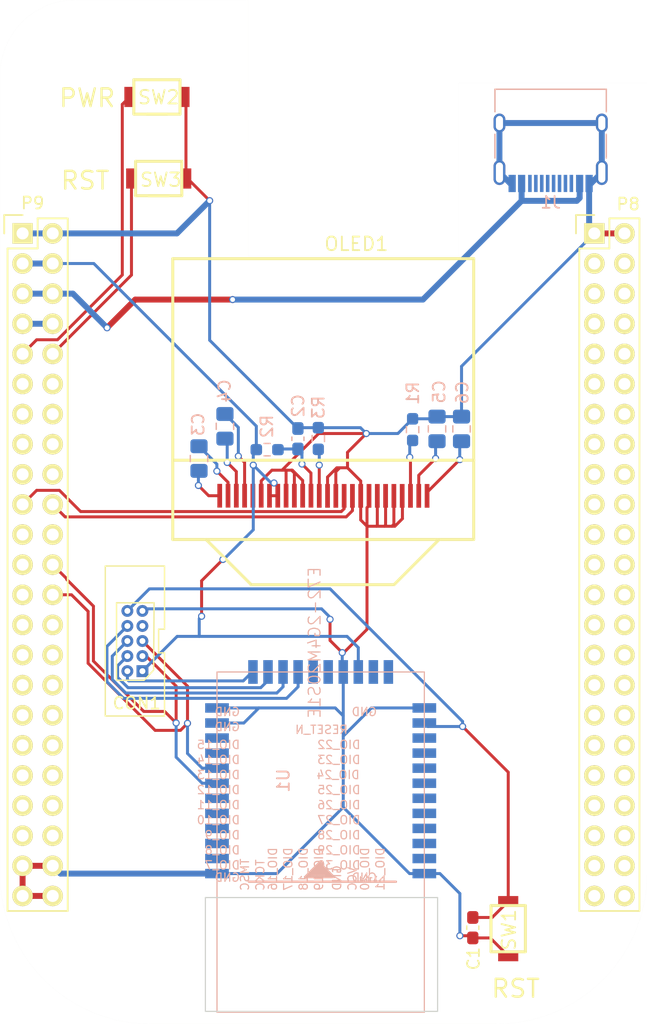
<source format=kicad_pcb>
(kicad_pcb (version 20171130) (host pcbnew "(5.1.7-0-10_14)")

  (general
    (thickness 1.6)
    (drawings 18)
    (tracks 284)
    (zones 0)
    (modules 18)
    (nets 126)
  )

  (page A4)
  (layers
    (0 F.Cu signal)
    (31 B.Cu signal)
    (32 B.Adhes user)
    (33 F.Adhes user)
    (34 B.Paste user)
    (35 F.Paste user)
    (36 B.SilkS user)
    (37 F.SilkS user)
    (38 B.Mask user)
    (39 F.Mask user)
    (40 Dwgs.User user)
    (41 Cmts.User user)
    (42 Eco1.User user)
    (43 Eco2.User user)
    (44 Edge.Cuts user)
    (45 Margin user)
    (46 B.CrtYd user)
    (47 F.CrtYd user)
    (48 B.Fab user hide)
    (49 F.Fab user hide)
  )

  (setup
    (last_trace_width 0.25)
    (user_trace_width 0.5)
    (user_trace_width 1)
    (trace_clearance 0.2)
    (zone_clearance 0.508)
    (zone_45_only no)
    (trace_min 0.2)
    (via_size 0.6)
    (via_drill 0.4)
    (via_min_size 0.4)
    (via_min_drill 0.3)
    (uvia_size 0.3)
    (uvia_drill 0.1)
    (uvias_allowed no)
    (uvia_min_size 0.2)
    (uvia_min_drill 0.1)
    (edge_width 0.00254)
    (segment_width 0.2)
    (pcb_text_width 0.3)
    (pcb_text_size 1.5 1.5)
    (mod_edge_width 0.15)
    (mod_text_size 1 1)
    (mod_text_width 0.15)
    (pad_size 1.7272 1.7272)
    (pad_drill 1.016)
    (pad_to_mask_clearance 0)
    (aux_axis_origin 0 0)
    (grid_origin 116.3701 62.3824)
    (visible_elements 7FFFFFFF)
    (pcbplotparams
      (layerselection 0x010f0_ffffffff)
      (usegerberextensions false)
      (usegerberattributes true)
      (usegerberadvancedattributes true)
      (creategerberjobfile true)
      (excludeedgelayer true)
      (linewidth 0.100000)
      (plotframeref false)
      (viasonmask false)
      (mode 1)
      (useauxorigin false)
      (hpglpennumber 1)
      (hpglpenspeed 20)
      (hpglpendiameter 15.000000)
      (psnegative false)
      (psa4output false)
      (plotreference true)
      (plotvalue true)
      (plotinvisibletext false)
      (padsonsilk false)
      (subtractmaskfromsilk false)
      (outputformat 1)
      (mirror false)
      (drillshape 0)
      (scaleselection 1)
      (outputdirectory "bbb-cc2652p/"))
  )

  (net 0 "")
  (net 1 "Net-(P8-Pad3)")
  (net 2 "Net-(P8-Pad4)")
  (net 3 "Net-(P8-Pad5)")
  (net 4 "Net-(P8-Pad6)")
  (net 5 "Net-(P8-Pad7)")
  (net 6 "Net-(P8-Pad8)")
  (net 7 "Net-(P8-Pad9)")
  (net 8 "Net-(P8-Pad10)")
  (net 9 "Net-(P8-Pad11)")
  (net 10 "Net-(P8-Pad12)")
  (net 11 "Net-(P8-Pad13)")
  (net 12 "Net-(P8-Pad14)")
  (net 13 "Net-(P8-Pad15)")
  (net 14 "Net-(P8-Pad16)")
  (net 15 "Net-(P8-Pad17)")
  (net 16 "Net-(P8-Pad18)")
  (net 17 "Net-(P8-Pad19)")
  (net 18 "Net-(P8-Pad20)")
  (net 19 "Net-(P8-Pad21)")
  (net 20 "Net-(P8-Pad22)")
  (net 21 "Net-(P8-Pad23)")
  (net 22 "Net-(P8-Pad24)")
  (net 23 "Net-(P8-Pad25)")
  (net 24 "Net-(P8-Pad26)")
  (net 25 "Net-(P8-Pad27)")
  (net 26 "Net-(P8-Pad28)")
  (net 27 "Net-(P8-Pad29)")
  (net 28 "Net-(P8-Pad30)")
  (net 29 "Net-(P8-Pad31)")
  (net 30 "Net-(P8-Pad32)")
  (net 31 "Net-(P8-Pad33)")
  (net 32 "Net-(P8-Pad34)")
  (net 33 "Net-(P8-Pad35)")
  (net 34 "Net-(P8-Pad36)")
  (net 35 "Net-(P8-Pad37)")
  (net 36 "Net-(P8-Pad38)")
  (net 37 "Net-(P8-Pad39)")
  (net 38 "Net-(P8-Pad40)")
  (net 39 "Net-(P8-Pad41)")
  (net 40 "Net-(P8-Pad42)")
  (net 41 "Net-(P8-Pad43)")
  (net 42 "Net-(P8-Pad44)")
  (net 43 "Net-(P8-Pad45)")
  (net 44 "Net-(P8-Pad46)")
  (net 45 "Net-(P9-Pad11)")
  (net 46 "Net-(P9-Pad12)")
  (net 47 "Net-(P9-Pad13)")
  (net 48 "Net-(P9-Pad14)")
  (net 49 "Net-(P9-Pad15)")
  (net 50 "Net-(P9-Pad16)")
  (net 51 "Net-(P9-Pad17)")
  (net 52 "Net-(P9-Pad18)")
  (net 53 "Net-(P9-Pad21)")
  (net 54 "Net-(P9-Pad22)")
  (net 55 "Net-(P9-Pad23)")
  (net 56 "Net-(P9-Pad25)")
  (net 57 "Net-(P9-Pad27)")
  (net 58 "Net-(P9-Pad28)")
  (net 59 "Net-(P9-Pad29)")
  (net 60 "Net-(P9-Pad30)")
  (net 61 "Net-(P9-Pad31)")
  (net 62 "Net-(P9-Pad33)")
  (net 63 "Net-(P9-Pad35)")
  (net 64 "Net-(P9-Pad36)")
  (net 65 "Net-(P9-Pad37)")
  (net 66 "Net-(P9-Pad38)")
  (net 67 "Net-(P9-Pad39)")
  (net 68 "Net-(P9-Pad40)")
  (net 69 "Net-(P9-Pad41)")
  (net 70 "Net-(P9-Pad42)")
  (net 71 +3V3)
  (net 72 +5V)
  (net 73 SYS_5V)
  (net 74 PWR_BUT)
  (net 75 SYS_RESETN)
  (net 76 VDD_ADC)
  (net 77 GNDA_ADC)
  (net 78 /nRESET)
  (net 79 GND)
  (net 80 /I2C2_SCL)
  (net 81 /I2C2_SDA)
  (net 82 /RXD)
  (net 83 /TXD)
  (net 84 /JTAG_TMS)
  (net 85 /JTAG_TCK)
  (net 86 /DIO_16)
  (net 87 /DIO_17)
  (net 88 /DIO_7)
  (net 89 /DIO_8)
  (net 90 /DIO_9)
  (net 91 /DIO_10)
  (net 92 /DIO_11)
  (net 93 /DIO_14)
  (net 94 /DIO_15)
  (net 95 /DIO_22)
  (net 96 /DIO_23)
  (net 97 /DIO_24)
  (net 98 /DIO_25)
  (net 99 /DIO_26)
  (net 100 /DIO_27)
  (net 101 /DIO_28)
  (net 102 /DIO_29)
  (net 103 /DIO_30)
  (net 104 /DIO_18)
  (net 105 /DIO_19)
  (net 106 /DIO_20)
  (net 107 /DIO_21)
  (net 108 "Net-(J1-PadB8)")
  (net 109 "Net-(J1-PadA5)")
  (net 110 "Net-(J1-PadB7)")
  (net 111 "Net-(J1-PadA7)")
  (net 112 "Net-(J1-PadB6)")
  (net 113 "Net-(J1-PadA8)")
  (net 114 "Net-(J1-PadB5)")
  (net 115 "Net-(J1-PadA6)")
  (net 116 "Net-(C2-Pad1)")
  (net 117 "Net-(C3-Pad2)")
  (net 118 "Net-(C3-Pad1)")
  (net 119 "Net-(C4-Pad2)")
  (net 120 "Net-(C4-Pad1)")
  (net 121 "Net-(C5-Pad2)")
  (net 122 "Net-(C6-Pad2)")
  (net 123 "Net-(OLED1-Pad13)")
  (net 124 "Net-(OLED1-Pad24)")
  (net 125 "Net-(CON1-Pad7)")

  (net_class Default "To jest domyślna klasa połączeń."
    (clearance 0.2)
    (trace_width 0.25)
    (via_dia 0.6)
    (via_drill 0.4)
    (uvia_dia 0.3)
    (uvia_drill 0.1)
    (add_net +3V3)
    (add_net +5V)
    (add_net /DIO_10)
    (add_net /DIO_11)
    (add_net /DIO_14)
    (add_net /DIO_15)
    (add_net /DIO_16)
    (add_net /DIO_17)
    (add_net /DIO_18)
    (add_net /DIO_19)
    (add_net /DIO_20)
    (add_net /DIO_21)
    (add_net /DIO_22)
    (add_net /DIO_23)
    (add_net /DIO_24)
    (add_net /DIO_25)
    (add_net /DIO_26)
    (add_net /DIO_27)
    (add_net /DIO_28)
    (add_net /DIO_29)
    (add_net /DIO_30)
    (add_net /DIO_7)
    (add_net /DIO_8)
    (add_net /DIO_9)
    (add_net /I2C2_SCL)
    (add_net /I2C2_SDA)
    (add_net /JTAG_TCK)
    (add_net /JTAG_TMS)
    (add_net /RXD)
    (add_net /TXD)
    (add_net /nRESET)
    (add_net GND)
    (add_net GNDA_ADC)
    (add_net "Net-(C2-Pad1)")
    (add_net "Net-(C3-Pad1)")
    (add_net "Net-(C3-Pad2)")
    (add_net "Net-(C4-Pad1)")
    (add_net "Net-(C4-Pad2)")
    (add_net "Net-(C5-Pad2)")
    (add_net "Net-(C6-Pad2)")
    (add_net "Net-(CON1-Pad7)")
    (add_net "Net-(J1-PadA5)")
    (add_net "Net-(J1-PadA6)")
    (add_net "Net-(J1-PadA7)")
    (add_net "Net-(J1-PadA8)")
    (add_net "Net-(J1-PadB5)")
    (add_net "Net-(J1-PadB6)")
    (add_net "Net-(J1-PadB7)")
    (add_net "Net-(J1-PadB8)")
    (add_net "Net-(OLED1-Pad13)")
    (add_net "Net-(OLED1-Pad24)")
    (add_net "Net-(P8-Pad10)")
    (add_net "Net-(P8-Pad11)")
    (add_net "Net-(P8-Pad12)")
    (add_net "Net-(P8-Pad13)")
    (add_net "Net-(P8-Pad14)")
    (add_net "Net-(P8-Pad15)")
    (add_net "Net-(P8-Pad16)")
    (add_net "Net-(P8-Pad17)")
    (add_net "Net-(P8-Pad18)")
    (add_net "Net-(P8-Pad19)")
    (add_net "Net-(P8-Pad20)")
    (add_net "Net-(P8-Pad21)")
    (add_net "Net-(P8-Pad22)")
    (add_net "Net-(P8-Pad23)")
    (add_net "Net-(P8-Pad24)")
    (add_net "Net-(P8-Pad25)")
    (add_net "Net-(P8-Pad26)")
    (add_net "Net-(P8-Pad27)")
    (add_net "Net-(P8-Pad28)")
    (add_net "Net-(P8-Pad29)")
    (add_net "Net-(P8-Pad3)")
    (add_net "Net-(P8-Pad30)")
    (add_net "Net-(P8-Pad31)")
    (add_net "Net-(P8-Pad32)")
    (add_net "Net-(P8-Pad33)")
    (add_net "Net-(P8-Pad34)")
    (add_net "Net-(P8-Pad35)")
    (add_net "Net-(P8-Pad36)")
    (add_net "Net-(P8-Pad37)")
    (add_net "Net-(P8-Pad38)")
    (add_net "Net-(P8-Pad39)")
    (add_net "Net-(P8-Pad4)")
    (add_net "Net-(P8-Pad40)")
    (add_net "Net-(P8-Pad41)")
    (add_net "Net-(P8-Pad42)")
    (add_net "Net-(P8-Pad43)")
    (add_net "Net-(P8-Pad44)")
    (add_net "Net-(P8-Pad45)")
    (add_net "Net-(P8-Pad46)")
    (add_net "Net-(P8-Pad5)")
    (add_net "Net-(P8-Pad6)")
    (add_net "Net-(P8-Pad7)")
    (add_net "Net-(P8-Pad8)")
    (add_net "Net-(P8-Pad9)")
    (add_net "Net-(P9-Pad11)")
    (add_net "Net-(P9-Pad12)")
    (add_net "Net-(P9-Pad13)")
    (add_net "Net-(P9-Pad14)")
    (add_net "Net-(P9-Pad15)")
    (add_net "Net-(P9-Pad16)")
    (add_net "Net-(P9-Pad17)")
    (add_net "Net-(P9-Pad18)")
    (add_net "Net-(P9-Pad21)")
    (add_net "Net-(P9-Pad22)")
    (add_net "Net-(P9-Pad23)")
    (add_net "Net-(P9-Pad25)")
    (add_net "Net-(P9-Pad27)")
    (add_net "Net-(P9-Pad28)")
    (add_net "Net-(P9-Pad29)")
    (add_net "Net-(P9-Pad30)")
    (add_net "Net-(P9-Pad31)")
    (add_net "Net-(P9-Pad33)")
    (add_net "Net-(P9-Pad35)")
    (add_net "Net-(P9-Pad36)")
    (add_net "Net-(P9-Pad37)")
    (add_net "Net-(P9-Pad38)")
    (add_net "Net-(P9-Pad39)")
    (add_net "Net-(P9-Pad40)")
    (add_net "Net-(P9-Pad41)")
    (add_net "Net-(P9-Pad42)")
    (add_net PWR_BUT)
    (add_net SYS_5V)
    (add_net SYS_RESETN)
    (add_net VDD_ADC)
  )

  (module mybays_connector:debugger_2x05_P1.27mm_Vertical (layer F.Cu) (tedit 5F2E81E4) (tstamp 5F97297E)
    (at 125.8501 96.7624 180)
    (descr "Through hole straight socket strip, 2x05, 1.27mm pitch, double cols (from Kicad 4.0.7), script generated")
    (tags "Through hole socket strip THT 2x05 1.27mm double row")
    (path /5FB536B1)
    (fp_text reference CON1 (at -0.15 -5.24) (layer F.SilkS)
      (effects (font (size 1 1) (thickness 0.15)))
    )
    (fp_text value XDS110-DEBUGGER (at -0.635 7.215) (layer F.Fab)
      (effects (font (size 1 1) (thickness 0.15)))
    )
    (fp_line (start -2.5 -1) (end -2.5 -6.325) (layer F.SilkS) (width 0.12))
    (fp_line (start -2 -1) (end -2.5 -1) (layer F.SilkS) (width 0.12))
    (fp_line (start -2 1) (end -2 -1) (layer F.SilkS) (width 0.12))
    (fp_line (start -2.5 1) (end -2 1) (layer F.SilkS) (width 0.12))
    (fp_line (start -2.5 6.325) (end -2.5 1) (layer F.SilkS) (width 0.12))
    (fp_line (start 2.5 6.325) (end -2.5 6.325) (layer F.SilkS) (width 0.12))
    (fp_line (start 2.5 -6.325) (end 2.5 6.325) (layer F.SilkS) (width 0.12))
    (fp_line (start -2.5 -6.325) (end 2.5 -6.325) (layer F.SilkS) (width 0.12))
    (fp_line (start -2.07 3.65) (end -2.07 -3.7) (layer F.CrtYd) (width 0.05))
    (fp_line (start 1.98 3.65) (end -2.07 3.65) (layer F.CrtYd) (width 0.05))
    (fp_line (start 1.98 -3.7) (end 1.98 3.65) (layer F.CrtYd) (width 0.05))
    (fp_line (start -2.07 -3.7) (end 1.98 -3.7) (layer F.CrtYd) (width 0.05))
    (fp_line (start -0.78 -3.31) (end 1.55 -3.31) (layer F.SilkS) (width 0.12))
    (fp_line (start 1.55 -3.31) (end 1.55 -2.55) (layer F.SilkS) (width 0.12))
    (fp_line (start 1.55 -2.51) (end 1.55 -1.915) (layer F.SilkS) (width 0.12))
    (fp_line (start 1.55 -1.915) (end 1.55 3.225) (layer F.SilkS) (width 0.12))
    (fp_line (start -1.62 3.225) (end 0.93 3.22) (layer F.SilkS) (width 0.12))
    (fp_line (start 0.90753 3.225) (end 1.55 3.225) (layer F.SilkS) (width 0.12))
    (fp_line (start -1.58 -2.44) (end -1.62 3.225) (layer F.SilkS) (width 0.12))
    (fp_line (start -1.58 -2.45) (end -0.81 -3.28) (layer F.SilkS) (width 0.12))
    (fp_line (start -1.56 3.165) (end -1.57 -2.45) (layer F.Fab) (width 0.1))
    (fp_line (start 1.49 3.165) (end -1.56 3.165) (layer F.Fab) (width 0.1))
    (fp_line (start 1.47 -3.17) (end 1.49 3.165) (layer F.Fab) (width 0.1))
    (fp_line (start -1.58 -2.45) (end -0.8175 -3.2125) (layer F.Fab) (width 0.1))
    (fp_line (start -0.79 -3.23) (end 1.53 -3.22) (layer F.Fab) (width 0.1))
    (fp_text user %R (at 5.12 -3.23 90) (layer F.Fab)
      (effects (font (size 1 1) (thickness 0.15)))
    )
    (pad 9 thru_hole oval (at -0.635 2.54 180) (size 1 1) (drill 0.5) (layers *.Cu *.Mask)
      (net 79 GND))
    (pad 10 thru_hole oval (at 0.635 2.54 180) (size 1 1) (drill 0.5) (layers *.Cu *.Mask)
      (net 78 /nRESET))
    (pad 7 thru_hole oval (at -0.635 1.27 180) (size 1 1) (drill 0.5) (layers *.Cu *.Mask)
      (net 125 "Net-(CON1-Pad7)"))
    (pad 8 thru_hole oval (at 0.635 1.27 180) (size 1 1) (drill 0.5) (layers *.Cu *.Mask)
      (net 87 /DIO_17))
    (pad 5 thru_hole oval (at -0.635 0 180) (size 1 1) (drill 0.5) (layers *.Cu *.Mask)
      (net 83 /TXD))
    (pad 6 thru_hole oval (at 0.635 0 180) (size 1 1) (drill 0.5) (layers *.Cu *.Mask)
      (net 86 /DIO_16))
    (pad 3 thru_hole oval (at -0.635 -1.27 180) (size 1 1) (drill 0.5) (layers *.Cu *.Mask)
      (net 82 /RXD))
    (pad 4 thru_hole oval (at 0.635 -1.27 180) (size 1 1) (drill 0.5) (layers *.Cu *.Mask)
      (net 85 /JTAG_TCK))
    (pad 2 thru_hole oval (at 0.635 -2.54 180) (size 1 1) (drill 0.5) (layers *.Cu *.Mask)
      (net 84 /JTAG_TMS))
    (pad 1 thru_hole rect (at -0.635 -2.54 180) (size 1 1) (drill 0.5) (layers *.Cu *.Mask)
      (net 71 +3V3))
    (model ${KISYS3DMOD}/Connector_PinSocket_1.27mm.3dshapes/PinSocket_2x05_P1.27mm_Vertical.wrl
      (at (xyz 0 0 0))
      (scale (xyz 1 1 1))
      (rotate (xyz 0 0 0))
    )
  )

  (module mybays_connector:turtlekey (layer F.Cu) (tedit 5F49291D) (tstamp 5F96F9B7)
    (at 127.8601 57.7524)
    (path /5FAF3003)
    (fp_text reference SW3 (at -1.67 0.11) (layer F.SilkS)
      (effects (font (size 1.143 1.143) (thickness 0.1524)) (justify left))
    )
    (fp_text value RESET (at 0.043967 -6.015482) (layer F.Fab)
      (effects (font (size 1.143 1.143) (thickness 0.1524)) (justify left))
    )
    (fp_line (start -1.949958 -1.450086) (end 1.949958 -1.450086) (layer F.SilkS) (width 0.254))
    (fp_line (start 1.949958 -1.450086) (end 1.949958 1.449832) (layer F.SilkS) (width 0.254))
    (fp_line (start 1.949958 1.449832) (end -1.949958 1.449832) (layer F.SilkS) (width 0.254))
    (fp_line (start -1.949958 1.449832) (end -1.949958 -1.450086) (layer F.SilkS) (width 0.254))
    (fp_line (start -0.855726 1.459992) (end 0.844296 1.459992) (layer F.SilkS) (width 0.254))
    (pad 1 smd rect (at -2.29997 0) (size 0.899998 1.699997) (layers F.Cu F.Paste F.Mask)
      (net 75 SYS_RESETN))
    (pad 2 smd rect (at 2.29997 0) (size 0.899998 1.699997) (layers F.Cu F.Paste F.Mask)
      (net 79 GND))
  )

  (module mybays_connector:turtlekey (layer F.Cu) (tedit 5F49291D) (tstamp 5F96F9AC)
    (at 127.71013 50.8724)
    (path /5FAF1673)
    (fp_text reference SW2 (at -1.69003 0.03) (layer F.SilkS)
      (effects (font (size 1.143 1.143) (thickness 0.1524)) (justify left))
    )
    (fp_text value PWR (at 0.043967 -6.015482) (layer F.Fab)
      (effects (font (size 1.143 1.143) (thickness 0.1524)) (justify left))
    )
    (fp_line (start -1.949958 -1.450086) (end 1.949958 -1.450086) (layer F.SilkS) (width 0.254))
    (fp_line (start 1.949958 -1.450086) (end 1.949958 1.449832) (layer F.SilkS) (width 0.254))
    (fp_line (start 1.949958 1.449832) (end -1.949958 1.449832) (layer F.SilkS) (width 0.254))
    (fp_line (start -1.949958 1.449832) (end -1.949958 -1.450086) (layer F.SilkS) (width 0.254))
    (fp_line (start -0.855726 1.459992) (end 0.844296 1.459992) (layer F.SilkS) (width 0.254))
    (pad 1 smd rect (at -2.29997 0) (size 0.899998 1.699997) (layers F.Cu F.Paste F.Mask)
      (net 74 PWR_BUT))
    (pad 2 smd rect (at 2.29997 0) (size 0.899998 1.699997) (layers F.Cu F.Paste F.Mask)
      (net 79 GND))
  )

  (module Resistor_SMD:R_0603_1608Metric_Pad0.98x0.95mm_HandSolder (layer B.Cu) (tedit 5F68FEEE) (tstamp 5F96EDDC)
    (at 141.3301 79.6824 90)
    (descr "Resistor SMD 0603 (1608 Metric), square (rectangular) end terminal, IPC_7351 nominal with elongated pad for handsoldering. (Body size source: IPC-SM-782 page 72, https://www.pcb-3d.com/wordpress/wp-content/uploads/ipc-sm-782a_amendment_1_and_2.pdf), generated with kicad-footprint-generator")
    (tags "resistor handsolder")
    (path /5F9FDC8F)
    (attr smd)
    (fp_text reference R3 (at 2.63 0 90) (layer B.SilkS)
      (effects (font (size 1 1) (thickness 0.15)) (justify mirror))
    )
    (fp_text value 1k (at 0 -1.43 90) (layer B.Fab)
      (effects (font (size 1 1) (thickness 0.15)) (justify mirror))
    )
    (fp_line (start 1.65 -0.73) (end -1.65 -0.73) (layer B.CrtYd) (width 0.05))
    (fp_line (start 1.65 0.73) (end 1.65 -0.73) (layer B.CrtYd) (width 0.05))
    (fp_line (start -1.65 0.73) (end 1.65 0.73) (layer B.CrtYd) (width 0.05))
    (fp_line (start -1.65 -0.73) (end -1.65 0.73) (layer B.CrtYd) (width 0.05))
    (fp_line (start -0.254724 -0.5225) (end 0.254724 -0.5225) (layer B.SilkS) (width 0.12))
    (fp_line (start -0.254724 0.5225) (end 0.254724 0.5225) (layer B.SilkS) (width 0.12))
    (fp_line (start 0.8 -0.4125) (end -0.8 -0.4125) (layer B.Fab) (width 0.1))
    (fp_line (start 0.8 0.4125) (end 0.8 -0.4125) (layer B.Fab) (width 0.1))
    (fp_line (start -0.8 0.4125) (end 0.8 0.4125) (layer B.Fab) (width 0.1))
    (fp_line (start -0.8 -0.4125) (end -0.8 0.4125) (layer B.Fab) (width 0.1))
    (fp_text user %R (at 0 0 90) (layer B.Fab)
      (effects (font (size 0.4 0.4) (thickness 0.06)) (justify mirror))
    )
    (pad 2 smd roundrect (at 0.9125 0 90) (size 0.975 0.95) (layers B.Cu B.Paste B.Mask) (roundrect_rratio 0.25)
      (net 79 GND))
    (pad 1 smd roundrect (at -0.9125 0 90) (size 0.975 0.95) (layers B.Cu B.Paste B.Mask) (roundrect_rratio 0.25)
      (net 123 "Net-(OLED1-Pad13)"))
    (model ${KISYS3DMOD}/Resistor_SMD.3dshapes/R_0603_1608Metric.wrl
      (at (xyz 0 0 0))
      (scale (xyz 1 1 1))
      (rotate (xyz 0 0 0))
    )
  )

  (module Resistor_SMD:R_0603_1608Metric_Pad0.98x0.95mm_HandSolder (layer B.Cu) (tedit 5F68FEEE) (tstamp 5F96EDCB)
    (at 137.0101 80.6224)
    (descr "Resistor SMD 0603 (1608 Metric), square (rectangular) end terminal, IPC_7351 nominal with elongated pad for handsoldering. (Body size source: IPC-SM-782 page 72, https://www.pcb-3d.com/wordpress/wp-content/uploads/ipc-sm-782a_amendment_1_and_2.pdf), generated with kicad-footprint-generator")
    (tags "resistor handsolder")
    (path /5F9FC351)
    (attr smd)
    (fp_text reference R2 (at -0.02 -1.96 90) (layer B.SilkS)
      (effects (font (size 1 1) (thickness 0.15)) (justify mirror))
    )
    (fp_text value 1k (at 0 -1.43) (layer B.Fab)
      (effects (font (size 1 1) (thickness 0.15)) (justify mirror))
    )
    (fp_line (start 1.65 -0.73) (end -1.65 -0.73) (layer B.CrtYd) (width 0.05))
    (fp_line (start 1.65 0.73) (end 1.65 -0.73) (layer B.CrtYd) (width 0.05))
    (fp_line (start -1.65 0.73) (end 1.65 0.73) (layer B.CrtYd) (width 0.05))
    (fp_line (start -1.65 -0.73) (end -1.65 0.73) (layer B.CrtYd) (width 0.05))
    (fp_line (start -0.254724 -0.5225) (end 0.254724 -0.5225) (layer B.SilkS) (width 0.12))
    (fp_line (start -0.254724 0.5225) (end 0.254724 0.5225) (layer B.SilkS) (width 0.12))
    (fp_line (start 0.8 -0.4125) (end -0.8 -0.4125) (layer B.Fab) (width 0.1))
    (fp_line (start 0.8 0.4125) (end 0.8 -0.4125) (layer B.Fab) (width 0.1))
    (fp_line (start -0.8 0.4125) (end 0.8 0.4125) (layer B.Fab) (width 0.1))
    (fp_line (start -0.8 -0.4125) (end -0.8 0.4125) (layer B.Fab) (width 0.1))
    (fp_text user %R (at 0 0) (layer B.Fab)
      (effects (font (size 0.4 0.4) (thickness 0.06)) (justify mirror))
    )
    (pad 2 smd roundrect (at 0.9125 0) (size 0.975 0.95) (layers B.Cu B.Paste B.Mask) (roundrect_rratio 0.25)
      (net 116 "Net-(C2-Pad1)"))
    (pad 1 smd roundrect (at -0.9125 0) (size 0.975 0.95) (layers B.Cu B.Paste B.Mask) (roundrect_rratio 0.25)
      (net 71 +3V3))
    (model ${KISYS3DMOD}/Resistor_SMD.3dshapes/R_0603_1608Metric.wrl
      (at (xyz 0 0 0))
      (scale (xyz 1 1 1))
      (rotate (xyz 0 0 0))
    )
  )

  (module Resistor_SMD:R_0603_1608Metric_Pad0.98x0.95mm_HandSolder (layer B.Cu) (tedit 5F68FEEE) (tstamp 5F96EDBA)
    (at 149.2901 78.9324 270)
    (descr "Resistor SMD 0603 (1608 Metric), square (rectangular) end terminal, IPC_7351 nominal with elongated pad for handsoldering. (Body size source: IPC-SM-782 page 72, https://www.pcb-3d.com/wordpress/wp-content/uploads/ipc-sm-782a_amendment_1_and_2.pdf), generated with kicad-footprint-generator")
    (tags "resistor handsolder")
    (path /5FA199BD)
    (attr smd)
    (fp_text reference R1 (at -3.07 -0.02 270) (layer B.SilkS)
      (effects (font (size 1 1) (thickness 0.15)) (justify mirror))
    )
    (fp_text value 910k (at 0 -1.43 270) (layer B.Fab)
      (effects (font (size 1 1) (thickness 0.15)) (justify mirror))
    )
    (fp_line (start 1.65 -0.73) (end -1.65 -0.73) (layer B.CrtYd) (width 0.05))
    (fp_line (start 1.65 0.73) (end 1.65 -0.73) (layer B.CrtYd) (width 0.05))
    (fp_line (start -1.65 0.73) (end 1.65 0.73) (layer B.CrtYd) (width 0.05))
    (fp_line (start -1.65 -0.73) (end -1.65 0.73) (layer B.CrtYd) (width 0.05))
    (fp_line (start -0.254724 -0.5225) (end 0.254724 -0.5225) (layer B.SilkS) (width 0.12))
    (fp_line (start -0.254724 0.5225) (end 0.254724 0.5225) (layer B.SilkS) (width 0.12))
    (fp_line (start 0.8 -0.4125) (end -0.8 -0.4125) (layer B.Fab) (width 0.1))
    (fp_line (start 0.8 0.4125) (end 0.8 -0.4125) (layer B.Fab) (width 0.1))
    (fp_line (start -0.8 0.4125) (end 0.8 0.4125) (layer B.Fab) (width 0.1))
    (fp_line (start -0.8 -0.4125) (end -0.8 0.4125) (layer B.Fab) (width 0.1))
    (fp_text user %R (at 0 0 270) (layer B.Fab)
      (effects (font (size 0.4 0.4) (thickness 0.06)) (justify mirror))
    )
    (pad 2 smd roundrect (at 0.9125 0 270) (size 0.975 0.95) (layers B.Cu B.Paste B.Mask) (roundrect_rratio 0.25)
      (net 124 "Net-(OLED1-Pad24)"))
    (pad 1 smd roundrect (at -0.9125 0 270) (size 0.975 0.95) (layers B.Cu B.Paste B.Mask) (roundrect_rratio 0.25)
      (net 79 GND))
    (model ${KISYS3DMOD}/Resistor_SMD.3dshapes/R_0603_1608Metric.wrl
      (at (xyz 0 0 0))
      (scale (xyz 1 1 1))
      (rotate (xyz 0 0 0))
    )
  )

  (module mybays_connector:VGM096064A5W01 (layer B.Cu) (tedit 5F5E3B7E) (tstamp 5F96ECB5)
    (at 141.7601 84.5124 180)
    (path /5F9F71F7)
    (fp_text reference OLED1 (at 0.012954 21.240242) (layer F.SilkS)
      (effects (font (size 1.143 1.143) (thickness 0.1524)) (justify left))
    )
    (fp_text value VGM096064A5W01 (at 0.012954 23.018242) (layer F.Fab) hide
      (effects (font (size 1.143 1.143) (thickness 0.1524)) (justify left))
    )
    (fp_line (start -5.963666 -7.49808) (end -9.766046 -3.68808) (layer F.SilkS) (width 0.254))
    (fp_line (start 6.108954 -7.479741) (end 9.900615 -3.68808) (layer F.SilkS) (width 0.254))
    (fp_line (start 6.108954 -7.49808) (end 6.108954 -7.479741) (layer F.SilkS) (width 0.254))
    (fp_line (start 12.712954 -3.68808) (end -12.687046 -3.68808) (layer F.SilkS) (width 0.254))
    (fp_line (start 12.7 2.999994) (end -12.7 2.999994) (layer F.SilkS) (width 0.254))
    (fp_line (start 6.108954 -7.49808) (end -5.829046 -7.49808) (layer F.SilkS) (width 0.254))
    (fp_line (start 12.712954 20.000011) (end -12.687046 20.000011) (layer F.SilkS) (width 0.254))
    (fp_line (start 12.712954 20.000011) (end 12.712954 -3.68808) (layer F.SilkS) (width 0.254))
    (fp_line (start -12.687046 20.000011) (end -12.687046 -3.68808) (layer F.SilkS) (width 0.254))
    (pad 26 smd rect (at -8.750046 -0.00508 180) (size 0.399999 1.999996) (layers F.Cu F.Paste F.Mask)
      (net 122 "Net-(C6-Pad2)"))
    (pad 25 smd rect (at -8.050022 -0.00508 180) (size 0.399999 1.999996) (layers F.Cu F.Paste F.Mask)
      (net 121 "Net-(C5-Pad2)"))
    (pad 13 smd rect (at 0.350012 -0.00508 180) (size 0.399999 1.999996) (layers F.Cu F.Paste F.Mask)
      (net 123 "Net-(OLED1-Pad13)"))
    (pad 14 smd rect (at -0.350012 -0.00508 180) (size 0.399999 1.999996) (layers F.Cu F.Paste F.Mask)
      (net 79 GND))
    (pad 16 smd rect (at -1.75006 -0.00508 180) (size 0.399999 1.999996) (layers F.Cu F.Paste F.Mask)
      (net 80 /I2C2_SCL))
    (pad 15 smd rect (at -1.050036 -0.00508 180) (size 0.399999 1.999996) (layers F.Cu F.Paste F.Mask)
      (net 79 GND))
    (pad 18 smd rect (at -3.150108 -0.00508 180) (size 0.399999 1.999996) (layers F.Cu F.Paste F.Mask)
      (net 79 GND))
    (pad 17 smd rect (at -2.450084 -0.00508 180) (size 0.399999 1.999996) (layers F.Cu F.Paste F.Mask)
      (net 81 /I2C2_SDA))
    (pad 23 smd rect (at -6.649974 -0.00508 180) (size 0.399999 1.999996) (layers F.Cu F.Paste F.Mask)
      (net 79 GND))
    (pad 24 smd rect (at -7.349998 -0.00508 180) (size 0.399999 1.999996) (layers F.Cu F.Paste F.Mask)
      (net 124 "Net-(OLED1-Pad24)"))
    (pad 21 smd rect (at -5.249926 -0.00508 180) (size 0.399999 1.999996) (layers F.Cu F.Paste F.Mask)
      (net 79 GND))
    (pad 22 smd rect (at -5.94995 -0.00508 180) (size 0.399999 1.999996) (layers F.Cu F.Paste F.Mask)
      (net 79 GND))
    (pad 20 smd rect (at -4.549902 -0.00508 180) (size 0.399999 1.999996) (layers F.Cu F.Paste F.Mask)
      (net 79 GND))
    (pad 19 smd rect (at -3.849878 -0.00508 180) (size 0.399999 1.999996) (layers F.Cu F.Paste F.Mask)
      (net 79 GND))
    (pad 7 smd rect (at 4.549902 0.00508 180) (size 0.399999 1.999996) (layers F.Cu F.Paste F.Mask)
      (net 71 +3V3))
    (pad 8 smd rect (at 3.849878 0.00508 180) (size 0.399999 1.999996) (layers F.Cu F.Paste F.Mask)
      (net 71 +3V3))
    (pad 10 smd rect (at 2.450084 0.00508 180) (size 0.399999 1.999996) (layers F.Cu F.Paste F.Mask)
      (net 79 GND))
    (pad 9 smd rect (at 3.150108 0.00508 180) (size 0.399999 1.999996) (layers F.Cu F.Paste F.Mask)
      (net 79 GND))
    (pad 12 smd rect (at 1.050036 0.00508 180) (size 0.399999 1.999996) (layers F.Cu F.Paste F.Mask)
      (net 116 "Net-(C2-Pad1)"))
    (pad 11 smd rect (at 1.75006 0.00508 180) (size 0.399999 1.999996) (layers F.Cu F.Paste F.Mask)
      (net 79 GND))
    (pad 5 smd rect (at 5.94995 0.00508 180) (size 0.399999 1.999996) (layers F.Cu F.Paste F.Mask)
      (net 71 +3V3))
    (pad 6 smd rect (at 5.249926 0.00508 180) (size 0.399999 1.999996) (layers F.Cu F.Paste F.Mask)
      (net 79 GND))
    (pad 3 smd rect (at 7.349998 0.00508 180) (size 0.399999 1.999996) (layers F.Cu F.Paste F.Mask)
      (net 120 "Net-(C4-Pad1)"))
    (pad 4 smd rect (at 6.649974 0.00508 180) (size 0.399999 1.999996) (layers F.Cu F.Paste F.Mask)
      (net 119 "Net-(C4-Pad2)"))
    (pad 2 smd rect (at 8.050022 0.00508 180) (size 0.399999 1.999996) (layers F.Cu F.Paste F.Mask)
      (net 117 "Net-(C3-Pad2)"))
    (pad 1 smd rect (at 8.750046 0.00508 180) (size 0.399999 1.999996) (layers F.Cu F.Paste F.Mask)
      (net 118 "Net-(C3-Pad1)"))
  )

  (module Capacitor_SMD:C_0805_2012Metric_Pad1.18x1.45mm_HandSolder (layer B.Cu) (tedit 5F68FEEF) (tstamp 5F96EC40)
    (at 153.4201 78.8724 270)
    (descr "Capacitor SMD 0805 (2012 Metric), square (rectangular) end terminal, IPC_7351 nominal with elongated pad for handsoldering. (Body size source: IPC-SM-782 page 76, https://www.pcb-3d.com/wordpress/wp-content/uploads/ipc-sm-782a_amendment_1_and_2.pdf, https://docs.google.com/spreadsheets/d/1BsfQQcO9C6DZCsRaXUlFlo91Tg2WpOkGARC1WS5S8t0/edit?usp=sharing), generated with kicad-footprint-generator")
    (tags "capacitor handsolder")
    (path /5FA18611)
    (attr smd)
    (fp_text reference C6 (at -3.07 -0.06 270) (layer B.SilkS)
      (effects (font (size 1 1) (thickness 0.15)) (justify mirror))
    )
    (fp_text value 4.7u (at 0 -1.68 270) (layer B.Fab)
      (effects (font (size 1 1) (thickness 0.15)) (justify mirror))
    )
    (fp_line (start 1.88 -0.98) (end -1.88 -0.98) (layer B.CrtYd) (width 0.05))
    (fp_line (start 1.88 0.98) (end 1.88 -0.98) (layer B.CrtYd) (width 0.05))
    (fp_line (start -1.88 0.98) (end 1.88 0.98) (layer B.CrtYd) (width 0.05))
    (fp_line (start -1.88 -0.98) (end -1.88 0.98) (layer B.CrtYd) (width 0.05))
    (fp_line (start -0.261252 -0.735) (end 0.261252 -0.735) (layer B.SilkS) (width 0.12))
    (fp_line (start -0.261252 0.735) (end 0.261252 0.735) (layer B.SilkS) (width 0.12))
    (fp_line (start 1 -0.625) (end -1 -0.625) (layer B.Fab) (width 0.1))
    (fp_line (start 1 0.625) (end 1 -0.625) (layer B.Fab) (width 0.1))
    (fp_line (start -1 0.625) (end 1 0.625) (layer B.Fab) (width 0.1))
    (fp_line (start -1 -0.625) (end -1 0.625) (layer B.Fab) (width 0.1))
    (fp_text user %R (at 0 0 270) (layer B.Fab)
      (effects (font (size 0.5 0.5) (thickness 0.08)) (justify mirror))
    )
    (pad 2 smd roundrect (at 1.0375 0 270) (size 1.175 1.45) (layers B.Cu B.Paste B.Mask) (roundrect_rratio 0.2127659574468085)
      (net 122 "Net-(C6-Pad2)"))
    (pad 1 smd roundrect (at -1.0375 0 270) (size 1.175 1.45) (layers B.Cu B.Paste B.Mask) (roundrect_rratio 0.2127659574468085)
      (net 79 GND))
    (model ${KISYS3DMOD}/Capacitor_SMD.3dshapes/C_0805_2012Metric.wrl
      (at (xyz 0 0 0))
      (scale (xyz 1 1 1))
      (rotate (xyz 0 0 0))
    )
  )

  (module Capacitor_SMD:C_0805_2012Metric_Pad1.18x1.45mm_HandSolder (layer B.Cu) (tedit 5F68FEEF) (tstamp 5F96EC2F)
    (at 151.3501 78.8724 270)
    (descr "Capacitor SMD 0805 (2012 Metric), square (rectangular) end terminal, IPC_7351 nominal with elongated pad for handsoldering. (Body size source: IPC-SM-782 page 76, https://www.pcb-3d.com/wordpress/wp-content/uploads/ipc-sm-782a_amendment_1_and_2.pdf, https://docs.google.com/spreadsheets/d/1BsfQQcO9C6DZCsRaXUlFlo91Tg2WpOkGARC1WS5S8t0/edit?usp=sharing), generated with kicad-footprint-generator")
    (tags "capacitor handsolder")
    (path /5FA19453)
    (attr smd)
    (fp_text reference C5 (at -3.13 -0.18 270) (layer B.SilkS)
      (effects (font (size 1 1) (thickness 0.15)) (justify mirror))
    )
    (fp_text value 4.7u (at 0 -1.68 270) (layer B.Fab)
      (effects (font (size 1 1) (thickness 0.15)) (justify mirror))
    )
    (fp_line (start 1.88 -0.98) (end -1.88 -0.98) (layer B.CrtYd) (width 0.05))
    (fp_line (start 1.88 0.98) (end 1.88 -0.98) (layer B.CrtYd) (width 0.05))
    (fp_line (start -1.88 0.98) (end 1.88 0.98) (layer B.CrtYd) (width 0.05))
    (fp_line (start -1.88 -0.98) (end -1.88 0.98) (layer B.CrtYd) (width 0.05))
    (fp_line (start -0.261252 -0.735) (end 0.261252 -0.735) (layer B.SilkS) (width 0.12))
    (fp_line (start -0.261252 0.735) (end 0.261252 0.735) (layer B.SilkS) (width 0.12))
    (fp_line (start 1 -0.625) (end -1 -0.625) (layer B.Fab) (width 0.1))
    (fp_line (start 1 0.625) (end 1 -0.625) (layer B.Fab) (width 0.1))
    (fp_line (start -1 0.625) (end 1 0.625) (layer B.Fab) (width 0.1))
    (fp_line (start -1 -0.625) (end -1 0.625) (layer B.Fab) (width 0.1))
    (fp_text user %R (at 0 0 270) (layer B.Fab)
      (effects (font (size 0.5 0.5) (thickness 0.08)) (justify mirror))
    )
    (pad 2 smd roundrect (at 1.0375 0 270) (size 1.175 1.45) (layers B.Cu B.Paste B.Mask) (roundrect_rratio 0.2127659574468085)
      (net 121 "Net-(C5-Pad2)"))
    (pad 1 smd roundrect (at -1.0375 0 270) (size 1.175 1.45) (layers B.Cu B.Paste B.Mask) (roundrect_rratio 0.2127659574468085)
      (net 79 GND))
    (model ${KISYS3DMOD}/Capacitor_SMD.3dshapes/C_0805_2012Metric.wrl
      (at (xyz 0 0 0))
      (scale (xyz 1 1 1))
      (rotate (xyz 0 0 0))
    )
  )

  (module Capacitor_SMD:C_0805_2012Metric_Pad1.18x1.45mm_HandSolder (layer B.Cu) (tedit 5F68FEEF) (tstamp 5F96EC1E)
    (at 133.4501 78.6524 90)
    (descr "Capacitor SMD 0805 (2012 Metric), square (rectangular) end terminal, IPC_7351 nominal with elongated pad for handsoldering. (Body size source: IPC-SM-782 page 76, https://www.pcb-3d.com/wordpress/wp-content/uploads/ipc-sm-782a_amendment_1_and_2.pdf, https://docs.google.com/spreadsheets/d/1BsfQQcO9C6DZCsRaXUlFlo91Tg2WpOkGARC1WS5S8t0/edit?usp=sharing), generated with kicad-footprint-generator")
    (tags "capacitor handsolder")
    (path /5F9FA14F)
    (attr smd)
    (fp_text reference C4 (at 2.98 -0.03 90) (layer B.SilkS)
      (effects (font (size 1 1) (thickness 0.15)) (justify mirror))
    )
    (fp_text value 1u (at 0 -1.68 90) (layer B.Fab)
      (effects (font (size 1 1) (thickness 0.15)) (justify mirror))
    )
    (fp_line (start 1.88 -0.98) (end -1.88 -0.98) (layer B.CrtYd) (width 0.05))
    (fp_line (start 1.88 0.98) (end 1.88 -0.98) (layer B.CrtYd) (width 0.05))
    (fp_line (start -1.88 0.98) (end 1.88 0.98) (layer B.CrtYd) (width 0.05))
    (fp_line (start -1.88 -0.98) (end -1.88 0.98) (layer B.CrtYd) (width 0.05))
    (fp_line (start -0.261252 -0.735) (end 0.261252 -0.735) (layer B.SilkS) (width 0.12))
    (fp_line (start -0.261252 0.735) (end 0.261252 0.735) (layer B.SilkS) (width 0.12))
    (fp_line (start 1 -0.625) (end -1 -0.625) (layer B.Fab) (width 0.1))
    (fp_line (start 1 0.625) (end 1 -0.625) (layer B.Fab) (width 0.1))
    (fp_line (start -1 0.625) (end 1 0.625) (layer B.Fab) (width 0.1))
    (fp_line (start -1 -0.625) (end -1 0.625) (layer B.Fab) (width 0.1))
    (fp_text user %R (at 0 0 90) (layer B.Fab)
      (effects (font (size 0.5 0.5) (thickness 0.08)) (justify mirror))
    )
    (pad 2 smd roundrect (at 1.0375 0 90) (size 1.175 1.45) (layers B.Cu B.Paste B.Mask) (roundrect_rratio 0.2127659574468085)
      (net 119 "Net-(C4-Pad2)"))
    (pad 1 smd roundrect (at -1.0375 0 90) (size 1.175 1.45) (layers B.Cu B.Paste B.Mask) (roundrect_rratio 0.2127659574468085)
      (net 120 "Net-(C4-Pad1)"))
    (model ${KISYS3DMOD}/Capacitor_SMD.3dshapes/C_0805_2012Metric.wrl
      (at (xyz 0 0 0))
      (scale (xyz 1 1 1))
      (rotate (xyz 0 0 0))
    )
  )

  (module Capacitor_SMD:C_0805_2012Metric_Pad1.18x1.45mm_HandSolder (layer B.Cu) (tedit 5F68FEEF) (tstamp 5F96EC0D)
    (at 131.2601 81.3724 90)
    (descr "Capacitor SMD 0805 (2012 Metric), square (rectangular) end terminal, IPC_7351 nominal with elongated pad for handsoldering. (Body size source: IPC-SM-782 page 76, https://www.pcb-3d.com/wordpress/wp-content/uploads/ipc-sm-782a_amendment_1_and_2.pdf, https://docs.google.com/spreadsheets/d/1BsfQQcO9C6DZCsRaXUlFlo91Tg2WpOkGARC1WS5S8t0/edit?usp=sharing), generated with kicad-footprint-generator")
    (tags "capacitor handsolder")
    (path /5F9F962A)
    (attr smd)
    (fp_text reference C3 (at 2.88 -0.07 270) (layer B.SilkS)
      (effects (font (size 1 1) (thickness 0.15)) (justify mirror))
    )
    (fp_text value 1u (at 0 -1.68 270) (layer B.Fab)
      (effects (font (size 1 1) (thickness 0.15)) (justify mirror))
    )
    (fp_line (start 1.88 -0.98) (end -1.88 -0.98) (layer B.CrtYd) (width 0.05))
    (fp_line (start 1.88 0.98) (end 1.88 -0.98) (layer B.CrtYd) (width 0.05))
    (fp_line (start -1.88 0.98) (end 1.88 0.98) (layer B.CrtYd) (width 0.05))
    (fp_line (start -1.88 -0.98) (end -1.88 0.98) (layer B.CrtYd) (width 0.05))
    (fp_line (start -0.261252 -0.735) (end 0.261252 -0.735) (layer B.SilkS) (width 0.12))
    (fp_line (start -0.261252 0.735) (end 0.261252 0.735) (layer B.SilkS) (width 0.12))
    (fp_line (start 1 -0.625) (end -1 -0.625) (layer B.Fab) (width 0.1))
    (fp_line (start 1 0.625) (end 1 -0.625) (layer B.Fab) (width 0.1))
    (fp_line (start -1 0.625) (end 1 0.625) (layer B.Fab) (width 0.1))
    (fp_line (start -1 -0.625) (end -1 0.625) (layer B.Fab) (width 0.1))
    (fp_text user %R (at 0 0 270) (layer B.Fab)
      (effects (font (size 0.5 0.5) (thickness 0.08)) (justify mirror))
    )
    (pad 2 smd roundrect (at 1.0375 0 90) (size 1.175 1.45) (layers B.Cu B.Paste B.Mask) (roundrect_rratio 0.2127659574468085)
      (net 117 "Net-(C3-Pad2)"))
    (pad 1 smd roundrect (at -1.0375 0 90) (size 1.175 1.45) (layers B.Cu B.Paste B.Mask) (roundrect_rratio 0.2127659574468085)
      (net 118 "Net-(C3-Pad1)"))
    (model ${KISYS3DMOD}/Capacitor_SMD.3dshapes/C_0805_2012Metric.wrl
      (at (xyz 0 0 0))
      (scale (xyz 1 1 1))
      (rotate (xyz 0 0 0))
    )
  )

  (module Capacitor_SMD:C_0603_1608Metric_Pad1.08x0.95mm_HandSolder (layer B.Cu) (tedit 5F68FEEF) (tstamp 5F96EBFC)
    (at 139.6101 79.7024 90)
    (descr "Capacitor SMD 0603 (1608 Metric), square (rectangular) end terminal, IPC_7351 nominal with elongated pad for handsoldering. (Body size source: IPC-SM-782 page 76, https://www.pcb-3d.com/wordpress/wp-content/uploads/ipc-sm-782a_amendment_1_and_2.pdf), generated with kicad-footprint-generator")
    (tags "capacitor handsolder")
    (path /5F9FD234)
    (attr smd)
    (fp_text reference C2 (at 2.78 0.02 90) (layer B.SilkS)
      (effects (font (size 1 1) (thickness 0.15)) (justify mirror))
    )
    (fp_text value 0.1u (at 0 -1.43 90) (layer B.Fab)
      (effects (font (size 1 1) (thickness 0.15)) (justify mirror))
    )
    (fp_line (start 1.65 -0.73) (end -1.65 -0.73) (layer B.CrtYd) (width 0.05))
    (fp_line (start 1.65 0.73) (end 1.65 -0.73) (layer B.CrtYd) (width 0.05))
    (fp_line (start -1.65 0.73) (end 1.65 0.73) (layer B.CrtYd) (width 0.05))
    (fp_line (start -1.65 -0.73) (end -1.65 0.73) (layer B.CrtYd) (width 0.05))
    (fp_line (start -0.146267 -0.51) (end 0.146267 -0.51) (layer B.SilkS) (width 0.12))
    (fp_line (start -0.146267 0.51) (end 0.146267 0.51) (layer B.SilkS) (width 0.12))
    (fp_line (start 0.8 -0.4) (end -0.8 -0.4) (layer B.Fab) (width 0.1))
    (fp_line (start 0.8 0.4) (end 0.8 -0.4) (layer B.Fab) (width 0.1))
    (fp_line (start -0.8 0.4) (end 0.8 0.4) (layer B.Fab) (width 0.1))
    (fp_line (start -0.8 -0.4) (end -0.8 0.4) (layer B.Fab) (width 0.1))
    (fp_text user %R (at 0 0 90) (layer B.Fab)
      (effects (font (size 0.4 0.4) (thickness 0.06)) (justify mirror))
    )
    (pad 2 smd roundrect (at 0.8625 0 90) (size 1.075 0.95) (layers B.Cu B.Paste B.Mask) (roundrect_rratio 0.25)
      (net 79 GND))
    (pad 1 smd roundrect (at -0.8625 0 90) (size 1.075 0.95) (layers B.Cu B.Paste B.Mask) (roundrect_rratio 0.25)
      (net 116 "Net-(C2-Pad1)"))
    (model ${KISYS3DMOD}/Capacitor_SMD.3dshapes/C_0603_1608Metric.wrl
      (at (xyz 0 0 0))
      (scale (xyz 1 1 1))
      (rotate (xyz 0 0 0))
    )
  )

  (module Connector_USB:USB_C_Receptacle_HRO_TYPE-C-31-M-12 (layer B.Cu) (tedit 5D3C0721) (tstamp 5F95FF6A)
    (at 160.9401 54.1224)
    (descr "USB Type-C receptacle for USB 2.0 and PD, http://www.krhro.com/uploads/soft/180320/1-1P320120243.pdf")
    (tags "usb usb-c 2.0 pd")
    (path /5F9C2C9F)
    (attr smd)
    (fp_text reference J1 (at 0 5.645) (layer B.SilkS)
      (effects (font (size 1 1) (thickness 0.15)) (justify mirror))
    )
    (fp_text value USB_C_Receptacle (at 0 -5.1) (layer B.Fab)
      (effects (font (size 1 1) (thickness 0.15)) (justify mirror))
    )
    (fp_line (start -4.7 -3.9) (end 4.7 -3.9) (layer B.SilkS) (width 0.12))
    (fp_line (start -4.47 3.65) (end 4.47 3.65) (layer B.Fab) (width 0.1))
    (fp_line (start -4.47 3.65) (end -4.47 -3.65) (layer B.Fab) (width 0.1))
    (fp_line (start -4.47 -3.65) (end 4.47 -3.65) (layer B.Fab) (width 0.1))
    (fp_line (start 4.47 3.65) (end 4.47 -3.65) (layer B.Fab) (width 0.1))
    (fp_line (start -5.32 5.27) (end 5.32 5.27) (layer B.CrtYd) (width 0.05))
    (fp_line (start -5.32 -4.15) (end 5.32 -4.15) (layer B.CrtYd) (width 0.05))
    (fp_line (start -5.32 5.27) (end -5.32 -4.15) (layer B.CrtYd) (width 0.05))
    (fp_line (start 5.32 5.27) (end 5.32 -4.15) (layer B.CrtYd) (width 0.05))
    (fp_line (start 4.7 1.9) (end 4.7 -0.1) (layer B.SilkS) (width 0.12))
    (fp_line (start 4.7 -2) (end 4.7 -3.9) (layer B.SilkS) (width 0.12))
    (fp_line (start -4.7 1.9) (end -4.7 -0.1) (layer B.SilkS) (width 0.12))
    (fp_line (start -4.7 -2) (end -4.7 -3.9) (layer B.SilkS) (width 0.12))
    (fp_text user %R (at 0 0) (layer B.Fab)
      (effects (font (size 1 1) (thickness 0.15)) (justify mirror))
    )
    (pad B1 smd rect (at 3.25 4.045) (size 0.6 1.45) (layers B.Cu B.Paste B.Mask)
      (net 79 GND))
    (pad A9 smd rect (at 2.45 4.045) (size 0.6 1.45) (layers B.Cu B.Paste B.Mask)
      (net 72 +5V))
    (pad B9 smd rect (at -2.45 4.045) (size 0.6 1.45) (layers B.Cu B.Paste B.Mask)
      (net 72 +5V))
    (pad B12 smd rect (at -3.25 4.045) (size 0.6 1.45) (layers B.Cu B.Paste B.Mask)
      (net 79 GND))
    (pad A1 smd rect (at -3.25 4.045) (size 0.6 1.45) (layers B.Cu B.Paste B.Mask)
      (net 79 GND))
    (pad A4 smd rect (at -2.45 4.045) (size 0.6 1.45) (layers B.Cu B.Paste B.Mask)
      (net 72 +5V))
    (pad B4 smd rect (at 2.45 4.045) (size 0.6 1.45) (layers B.Cu B.Paste B.Mask)
      (net 72 +5V))
    (pad A12 smd rect (at 3.25 4.045) (size 0.6 1.45) (layers B.Cu B.Paste B.Mask)
      (net 79 GND))
    (pad B8 smd rect (at -1.75 4.045) (size 0.3 1.45) (layers B.Cu B.Paste B.Mask)
      (net 108 "Net-(J1-PadB8)"))
    (pad A5 smd rect (at -1.25 4.045) (size 0.3 1.45) (layers B.Cu B.Paste B.Mask)
      (net 109 "Net-(J1-PadA5)"))
    (pad B7 smd rect (at -0.75 4.045) (size 0.3 1.45) (layers B.Cu B.Paste B.Mask)
      (net 110 "Net-(J1-PadB7)"))
    (pad A7 smd rect (at 0.25 4.045) (size 0.3 1.45) (layers B.Cu B.Paste B.Mask)
      (net 111 "Net-(J1-PadA7)"))
    (pad B6 smd rect (at 0.75 4.045) (size 0.3 1.45) (layers B.Cu B.Paste B.Mask)
      (net 112 "Net-(J1-PadB6)"))
    (pad A8 smd rect (at 1.25 4.045) (size 0.3 1.45) (layers B.Cu B.Paste B.Mask)
      (net 113 "Net-(J1-PadA8)"))
    (pad B5 smd rect (at 1.75 4.045) (size 0.3 1.45) (layers B.Cu B.Paste B.Mask)
      (net 114 "Net-(J1-PadB5)"))
    (pad A6 smd rect (at -0.25 4.045) (size 0.3 1.45) (layers B.Cu B.Paste B.Mask)
      (net 115 "Net-(J1-PadA6)"))
    (pad S1 thru_hole oval (at 4.32 3.13) (size 1 2.1) (drill oval 0.6 1.7) (layers *.Cu *.Mask)
      (net 79 GND))
    (pad S1 thru_hole oval (at -4.32 3.13) (size 1 2.1) (drill oval 0.6 1.7) (layers *.Cu *.Mask)
      (net 79 GND))
    (pad "" np_thru_hole circle (at -2.89 2.6) (size 0.65 0.65) (drill 0.65) (layers *.Cu *.Mask))
    (pad S1 thru_hole oval (at -4.32 -1.05) (size 1 1.6) (drill oval 0.6 1.2) (layers *.Cu *.Mask)
      (net 79 GND))
    (pad "" np_thru_hole circle (at 2.89 2.6) (size 0.65 0.65) (drill 0.65) (layers *.Cu *.Mask))
    (pad S1 thru_hole oval (at 4.32 -1.05) (size 1 1.6) (drill oval 0.6 1.2) (layers *.Cu *.Mask)
      (net 79 GND))
    (model ${KISYS3DMOD}/Connector_USB.3dshapes/USB_C_Receptacle_HRO_TYPE-C-31-M-12.wrl
      (at (xyz 0 0 0))
      (scale (xyz 1 1 1))
      (rotate (xyz 0 0 0))
    )
  )

  (module mybays_modules:E72-2G4M20S1E (layer B.Cu) (tedit 5F7D849E) (tstamp 5F94E4A9)
    (at 150.2801 99.3724 270)
    (path /5F94BAC5)
    (fp_text reference U1 (at 9.16 11.9 270) (layer B.SilkS)
      (effects (font (size 1 1) (thickness 0.15)) (justify mirror))
    )
    (fp_text value E72-2G4M20S1E (at 0 0 270) (layer B.Fab)
      (effects (font (size 1 1) (thickness 0.15)) (justify mirror))
    )
    (fp_line (start 28.699993 17.49999) (end 0 17.49999) (layer B.SilkS) (width 0.1))
    (fp_line (start 28.699993 0) (end 28.699993 17.49999) (layer B.SilkS) (width 0.1))
    (fp_line (start 0 0) (end 28.699993 0) (layer B.SilkS) (width 0.1))
    (fp_line (start 0 17.49999) (end 0 0) (layer B.SilkS) (width 0.1))
    (fp_line (start 17.690694 14.816684) (end 17.690694 2.400935) (layer B.SilkS) (width 0.2))
    (fp_line (start 16.100044 8.834984) (end 17.300042 7.634986) (layer B.SilkS) (width 0.2))
    (fp_line (start 16.300044 8.834984) (end 16.100044 8.834984) (layer B.SilkS) (width 0.2))
    (fp_line (start 17.300042 9.834982) (end 16.300044 8.834984) (layer B.SilkS) (width 0.2))
    (fp_line (start 17.300042 7.634986) (end 17.300042 9.834982) (layer B.SilkS) (width 0.2))
    (fp_line (start 16.900042 9.134983) (end 16.799992 9.134983) (layer B.SilkS) (width 0.2))
    (fp_line (start 16.900042 9.434982) (end 16.900042 9.134983) (layer B.SilkS) (width 0.2))
    (fp_line (start 17.100042 9.634982) (end 16.900042 9.434982) (layer B.SilkS) (width 0.2))
    (fp_line (start 17.100042 9.434982) (end 17.100042 9.634982) (layer B.SilkS) (width 0.2))
    (fp_line (start 17.100042 8.334985) (end 17.100042 9.434982) (layer B.SilkS) (width 0.2))
    (fp_line (start 17.200042 8.234985) (end 17.100042 8.334985) (layer B.SilkS) (width 0.2))
    (fp_line (start 17.200042 7.934985) (end 17.200042 8.234985) (layer B.SilkS) (width 0.2))
    (fp_line (start 16.449446 8.685581) (end 17.200042 7.934985) (layer B.SilkS) (width 0.2))
    (fp_line (start 16.249447 8.685581) (end 16.449446 8.685581) (layer B.SilkS) (width 0.2))
    (fp_line (start 16.100044 8.834984) (end 16.249447 8.685581) (layer B.SilkS) (width 0.2))
    (fp_line (start 16.100044 8.87001) (end 16.100044 8.834984) (layer B.SilkS) (width 0.2))
    (fp_line (start 17.300042 10.070008) (end 16.100044 8.87001) (layer B.SilkS) (width 0.2))
    (fp_line (start 17.300042 9.534982) (end 17.300042 10.070008) (layer B.SilkS) (width 0.2))
    (fp_line (start 16.746753 8.988247) (end 16.893489 9.134983) (layer B.SilkS) (width 0.2))
    (fp_line (start 16.746753 8.534984) (end 16.746753 8.988247) (layer B.SilkS) (width 0.2))
    (fp_line (start 17.000042 8.281721) (end 16.746753 8.534984) (layer B.SilkS) (width 0.2))
    (fp_line (start 17.000042 8.134985) (end 17.000042 8.281721) (layer B.SilkS) (width 0.2))
    (fp_line (start 16.900042 8.234985) (end 17.000042 8.134985) (layer B.SilkS) (width 0.2))
    (fp_line (start 16.900042 9.134983) (end 16.900042 8.234985) (layer B.SilkS) (width 0.2))
    (fp_line (start 16.800043 9.234983) (end 16.900042 9.134983) (layer B.SilkS) (width 0.2))
    (fp_line (start 16.700043 9.234983) (end 16.800043 9.234983) (layer B.SilkS) (width 0.2))
    (fp_line (start 16.600043 9.134983) (end 16.700043 9.234983) (layer B.SilkS) (width 0.2))
    (fp_line (start 16.446754 8.981719) (end 16.600043 9.134983) (layer B.SilkS) (width 0.2))
    (fp_line (start 16.600043 9.134983) (end 16.446754 8.981719) (layer B.SilkS) (width 0.2))
    (fp_line (start 16.746753 8.988247) (end 16.600043 9.134983) (layer B.SilkS) (width 0.2))
    (fp_line (start 16.746753 8.982888) (end 16.746753 8.988247) (layer B.SilkS) (width 0.2))
    (fp_line (start 16.449446 8.685581) (end 16.746753 8.982888) (layer B.SilkS) (width 0.2))
    (fp_line (start 16.600043 8.534984) (end 16.449446 8.685581) (layer B.SilkS) (width 0.2))
    (fp_line (start 16.746753 8.534984) (end 16.600043 8.534984) (layer B.SilkS) (width 0.2))
    (fp_line (start 16.446754 8.834984) (end 16.746753 8.534984) (layer B.SilkS) (width 0.2))
    (fp_line (start 16.300044 8.834984) (end 16.446754 8.834984) (layer B.SilkS) (width 0.2))
    (fp_line (start 16.446754 8.834984) (end 16.300044 8.834984) (layer B.SilkS) (width 0.2))
    (fp_line (start 16.446754 8.981719) (end 16.446754 8.834984) (layer B.SilkS) (width 0.2))
    (fp_line (start 16.853306 8.981719) (end 16.446754 8.981719) (layer B.SilkS) (width 0.2))
    (fp_text user DIO_30 (at 16.298418 5.333492 180) (layer B.SilkS)
      (effects (font (size 0.700001 0.700001) (thickness 0.1)) (justify left mirror))
    )
    (fp_text user DIO_24 (at 8.678418 5.400294 180) (layer B.SilkS)
      (effects (font (size 0.700001 0.700001) (thickness 0.1)) (justify left mirror))
    )
    (fp_text user DIO_27 (at 12.488418 5.333492 180) (layer B.SilkS)
      (effects (font (size 0.700001 0.700001) (thickness 0.1)) (justify left mirror))
    )
    (fp_text user DIO_29 (at 15.028418 5.333492 180) (layer B.SilkS)
      (effects (font (size 0.700001 0.700001) (thickness 0.1)) (justify left mirror))
    )
    (fp_text user DIO_22 (at 6.138418 5.333492 180) (layer B.SilkS)
      (effects (font (size 0.700001 0.700001) (thickness 0.1)) (justify left mirror))
    )
    (fp_text user RESET_N (at 4.868418 6.400038 180) (layer B.SilkS)
      (effects (font (size 0.700001 0.700001) (thickness 0.1)) (justify left mirror))
    )
    (fp_text user GND (at 17.335246 3.933952 180) (layer B.SilkS)
      (effects (font (size 0.700001 0.700001) (thickness 0.1)) (justify left mirror))
    )
    (fp_text user DIO_28 (at 13.758418 5.333492 180) (layer B.SilkS)
      (effects (font (size 0.700001 0.700001) (thickness 0.1)) (justify left mirror))
    )
    (fp_text user DIO_26 (at 11.218418 5.333492 180) (layer B.SilkS)
      (effects (font (size 0.700001 0.700001) (thickness 0.1)) (justify left mirror))
    )
    (fp_text user DIO_25 (at 9.948418 5.333492 180) (layer B.SilkS)
      (effects (font (size 0.700001 0.700001) (thickness 0.1)) (justify left mirror))
    )
    (fp_text user DIO_23 (at 7.408418 5.333492 180) (layer B.SilkS)
      (effects (font (size 0.700001 0.700001) (thickness 0.1)) (justify left mirror))
    )
    (fp_text user GND (at 3.365246 3.933952 180) (layer B.SilkS)
      (effects (font (size 0.700001 0.700001) (thickness 0.1)) (justify left mirror))
    )
    (fp_text user DIO_7 (at 16.298418 15.500096 180) (layer B.SilkS)
      (effects (font (size 0.700001 0.700001) (thickness 0.1)) (justify left mirror))
    )
    (fp_text user DIO_8 (at 15.028418 15.500096 180) (layer B.SilkS)
      (effects (font (size 0.700001 0.700001) (thickness 0.1)) (justify left mirror))
    )
    (fp_text user DIO_10 (at 12.488418 15.500096 180) (layer B.SilkS)
      (effects (font (size 0.700001 0.700001) (thickness 0.1)) (justify left mirror))
    )
    (fp_text user DIO_13 (at 8.678418 15.500096 180) (layer B.SilkS)
      (effects (font (size 0.700001 0.700001) (thickness 0.1)) (justify left mirror))
    )
    (fp_text user DIO_15 (at 6.138418 15.500096 180) (layer B.SilkS)
      (effects (font (size 0.700001 0.700001) (thickness 0.1)) (justify left mirror))
    )
    (fp_text user GND (at 4.635246 15.500096 180) (layer B.SilkS)
      (effects (font (size 0.700001 0.700001) (thickness 0.1)) (justify left mirror))
    )
    (fp_text user GND (at 17.335246 15.500096 180) (layer B.SilkS)
      (effects (font (size 0.700001 0.700001) (thickness 0.1)) (justify left mirror))
    )
    (fp_text user DIO_9 (at 13.758418 15.500096 180) (layer B.SilkS)
      (effects (font (size 0.700001 0.700001) (thickness 0.1)) (justify left mirror))
    )
    (fp_text user DIO_11 (at 11.218418 15.500096 180) (layer B.SilkS)
      (effects (font (size 0.700001 0.700001) (thickness 0.1)) (justify left mirror))
    )
    (fp_text user DIO_12 (at 9.948418 15.500096 180) (layer B.SilkS)
      (effects (font (size 0.700001 0.700001) (thickness 0.1)) (justify left mirror))
    )
    (fp_text user DIO_14 (at 7.408418 15.500096 180) (layer B.SilkS)
      (effects (font (size 0.700001 0.700001) (thickness 0.1)) (justify left mirror))
    )
    (fp_text user GND (at 3.365246 15.500096 180) (layer B.SilkS)
      (effects (font (size 0.700001 0.700001) (thickness 0.1)) (justify left mirror))
    )
    (fp_text user E72-2G4M20S1E (at 3.999992 9.26211 270) (layer B.SilkS)
      (effects (font (size 1.000001 1.000001) (thickness 0.1)) (justify right mirror))
    )
    (fp_text user DIO_21 (at 18.509234 3.720846 270) (layer B.SilkS)
      (effects (font (size 0.700001 0.700001) (thickness 0.1)) (justify right mirror))
    )
    (fp_text user VCC (at 18.509234 6.079236 270) (layer B.SilkS)
      (effects (font (size 0.700001 0.700001) (thickness 0.1)) (justify right mirror))
    )
    (fp_text user GND (at 18.509234 7.375144 270) (layer B.SilkS)
      (effects (font (size 0.700001 0.700001) (thickness 0.1)) (justify right mirror))
    )
    (fp_text user DIO_18 (at 18.509234 10.200386 270) (layer B.SilkS)
      (effects (font (size 0.700001 0.700001) (thickness 0.1)) (justify right mirror))
    )
    (fp_text user TCKC (at 18.509234 13.854938 270) (layer B.SilkS)
      (effects (font (size 0.700001 0.700001) (thickness 0.1)) (justify right mirror))
    )
    (fp_text user DIO_20 (at 18.509234 5.016754 270) (layer B.SilkS)
      (effects (font (size 0.700001 0.700001) (thickness 0.1)) (justify right mirror))
    )
    (fp_text user TMSC (at 18.509234 15.150846 270) (layer B.SilkS)
      (effects (font (size 0.700001 0.700001) (thickness 0.1)) (justify right mirror))
    )
    (fp_text user DIO_16 (at 18.509234 12.792202 270) (layer B.SilkS)
      (effects (font (size 0.700001 0.700001) (thickness 0.1)) (justify right mirror))
    )
    (fp_text user DIO_17 (at 18.509234 11.496294 270) (layer B.SilkS)
      (effects (font (size 0.700001 0.700001) (thickness 0.1)) (justify right mirror))
    )
    (fp_text user DIO_19 (at 18.509234 8.904478 270) (layer B.SilkS)
      (effects (font (size 0.700001 0.700001) (thickness 0.1)) (justify right mirror))
    )
    (pad 13 smd rect (at 0 14.465046 90) (size 2.000001 0.800001) (layers B.Cu B.Paste B.Mask)
      (net 84 /JTAG_TMS))
    (pad 14 smd rect (at 0 13.195046 90) (size 2.000001 0.800001) (layers B.Cu B.Paste B.Mask)
      (net 85 /JTAG_TCK))
    (pad 15 smd rect (at 0 11.925046 90) (size 2.000001 0.800001) (layers B.Cu B.Paste B.Mask)
      (net 86 /DIO_16))
    (pad 16 smd rect (at 0 10.655046 90) (size 2.000001 0.800001) (layers B.Cu B.Paste B.Mask)
      (net 87 /DIO_17))
    (pad 1 smd rect (at 17.005046 17.500092 180) (size 2.000001 0.800001) (layers B.Cu B.Paste B.Mask)
      (net 79 GND))
    (pad 2 smd rect (at 15.735046 17.500092 180) (size 2.000001 0.800001) (layers B.Cu B.Paste B.Mask)
      (net 88 /DIO_7))
    (pad 3 smd rect (at 14.465046 17.500092 180) (size 2.000001 0.800001) (layers B.Cu B.Paste B.Mask)
      (net 89 /DIO_8))
    (pad 4 smd rect (at 13.195046 17.500092 180) (size 2.000001 0.800001) (layers B.Cu B.Paste B.Mask)
      (net 90 /DIO_9))
    (pad 5 smd rect (at 11.925046 17.500092 180) (size 2.000001 0.800001) (layers B.Cu B.Paste B.Mask)
      (net 91 /DIO_10))
    (pad 6 smd rect (at 10.655046 17.500092 180) (size 2.000001 0.800001) (layers B.Cu B.Paste B.Mask)
      (net 92 /DIO_11))
    (pad 7 smd rect (at 9.385046 17.500092 180) (size 2.000001 0.800001) (layers B.Cu B.Paste B.Mask)
      (net 82 /RXD))
    (pad 8 smd rect (at 8.115046 17.500092 180) (size 2.000001 0.800001) (layers B.Cu B.Paste B.Mask)
      (net 83 /TXD))
    (pad 9 smd rect (at 6.845046 17.500092 180) (size 2.000001 0.800001) (layers B.Cu B.Paste B.Mask)
      (net 93 /DIO_14))
    (pad 10 smd rect (at 5.575046 17.500092 180) (size 2.000001 0.800001) (layers B.Cu B.Paste B.Mask)
      (net 94 /DIO_15))
    (pad 11 smd rect (at 4.305046 17.500092 180) (size 2.000001 0.800001) (layers B.Cu B.Paste B.Mask)
      (net 79 GND))
    (pad 12 smd rect (at 3.035046 17.500092 180) (size 2.000001 0.800001) (layers B.Cu B.Paste B.Mask)
      (net 79 GND))
    (pad 23 smd rect (at 3.035046 0) (size 2.000001 0.800001) (layers B.Cu B.Paste B.Mask)
      (net 79 GND))
    (pad 24 smd rect (at 4.305046 0) (size 2.000001 0.800001) (layers B.Cu B.Paste B.Mask)
      (net 78 /nRESET))
    (pad 25 smd rect (at 5.575046 0) (size 2.000001 0.800001) (layers B.Cu B.Paste B.Mask)
      (net 95 /DIO_22))
    (pad 26 smd rect (at 6.845046 0) (size 2.000001 0.800001) (layers B.Cu B.Paste B.Mask)
      (net 96 /DIO_23))
    (pad 27 smd rect (at 8.115046 0) (size 2.000001 0.800001) (layers B.Cu B.Paste B.Mask)
      (net 97 /DIO_24))
    (pad 28 smd rect (at 9.385046 0) (size 2.000001 0.800001) (layers B.Cu B.Paste B.Mask)
      (net 98 /DIO_25))
    (pad 29 smd rect (at 10.655046 0) (size 2.000001 0.800001) (layers B.Cu B.Paste B.Mask)
      (net 99 /DIO_26))
    (pad 30 smd rect (at 11.925046 0) (size 2.000001 0.800001) (layers B.Cu B.Paste B.Mask)
      (net 100 /DIO_27))
    (pad 31 smd rect (at 13.195046 0) (size 2.000001 0.800001) (layers B.Cu B.Paste B.Mask)
      (net 101 /DIO_28))
    (pad 32 smd rect (at 14.465046 0) (size 2.000001 0.800001) (layers B.Cu B.Paste B.Mask)
      (net 102 /DIO_29))
    (pad 33 smd rect (at 15.735046 0) (size 2.000001 0.800001) (layers B.Cu B.Paste B.Mask)
      (net 103 /DIO_30))
    (pad 34 smd rect (at 17.005046 0) (size 2.000001 0.800001) (layers B.Cu B.Paste B.Mask)
      (net 79 GND))
    (pad 17 smd rect (at 0 9.385046 90) (size 2.000001 0.800001) (layers B.Cu B.Paste B.Mask)
      (net 104 /DIO_18))
    (pad 18 smd rect (at 0 8.115046 90) (size 2.000001 0.800001) (layers B.Cu B.Paste B.Mask)
      (net 105 /DIO_19))
    (pad 19 smd rect (at 0 6.845046 90) (size 2.000001 0.800001) (layers B.Cu B.Paste B.Mask)
      (net 79 GND))
    (pad 20 smd rect (at 0 5.575046 90) (size 2.000001 0.800001) (layers B.Cu B.Paste B.Mask)
      (net 71 +3V3))
    (pad 21 smd rect (at 0 4.305046 90) (size 2.000001 0.800001) (layers B.Cu B.Paste B.Mask)
      (net 106 /DIO_20))
    (pad 22 smd rect (at 0 3.035046 90) (size 2.000001 0.800001) (layers B.Cu B.Paste B.Mask)
      (net 107 /DIO_21))
  )

  (module mybays_connector:turtlekey (layer F.Cu) (tedit 5F49291D) (tstamp 5F94E435)
    (at 157.3601 121.0224 270)
    (path /5F966C47)
    (fp_text reference SW1 (at -1.74 -0.06 90) (layer F.SilkS)
      (effects (font (size 1.143 1.143) (thickness 0.1524)) (justify right))
    )
    (fp_text value SW_Push (at 0.043967 -6.015482 90) (layer F.Fab)
      (effects (font (size 1.143 1.143) (thickness 0.1524)) (justify right))
    )
    (fp_line (start -1.949958 -1.450086) (end 1.949958 -1.450086) (layer F.SilkS) (width 0.254))
    (fp_line (start 1.949958 -1.450086) (end 1.949958 1.449832) (layer F.SilkS) (width 0.254))
    (fp_line (start 1.949958 1.449832) (end -1.949958 1.449832) (layer F.SilkS) (width 0.254))
    (fp_line (start -1.949958 1.449832) (end -1.949958 -1.450086) (layer F.SilkS) (width 0.254))
    (fp_line (start -0.855726 1.459992) (end 0.844296 1.459992) (layer F.SilkS) (width 0.254))
    (pad 1 smd rect (at -2.29997 0 270) (size 0.899998 1.699997) (layers F.Cu F.Paste F.Mask)
      (net 78 /nRESET))
    (pad 2 smd rect (at 2.29997 0 270) (size 0.899998 1.699997) (layers F.Cu F.Paste F.Mask)
      (net 79 GND))
  )

  (module Capacitor_SMD:C_0603_1608Metric_Pad1.08x0.95mm_HandSolder (layer F.Cu) (tedit 5F68FEEF) (tstamp 5F94E336)
    (at 154.3701 120.9424 90)
    (descr "Capacitor SMD 0603 (1608 Metric), square (rectangular) end terminal, IPC_7351 nominal with elongated pad for handsoldering. (Body size source: IPC-SM-782 page 76, https://www.pcb-3d.com/wordpress/wp-content/uploads/ipc-sm-782a_amendment_1_and_2.pdf), generated with kicad-footprint-generator")
    (tags "capacitor handsolder")
    (path /5F967DCF)
    (attr smd)
    (fp_text reference C1 (at -2.61 0.06 90) (layer F.SilkS)
      (effects (font (size 1 1) (thickness 0.15)))
    )
    (fp_text value 0.1u (at 0 1.43 90) (layer F.Fab)
      (effects (font (size 1 1) (thickness 0.15)))
    )
    (fp_line (start 1.65 0.73) (end -1.65 0.73) (layer F.CrtYd) (width 0.05))
    (fp_line (start 1.65 -0.73) (end 1.65 0.73) (layer F.CrtYd) (width 0.05))
    (fp_line (start -1.65 -0.73) (end 1.65 -0.73) (layer F.CrtYd) (width 0.05))
    (fp_line (start -1.65 0.73) (end -1.65 -0.73) (layer F.CrtYd) (width 0.05))
    (fp_line (start -0.146267 0.51) (end 0.146267 0.51) (layer F.SilkS) (width 0.12))
    (fp_line (start -0.146267 -0.51) (end 0.146267 -0.51) (layer F.SilkS) (width 0.12))
    (fp_line (start 0.8 0.4) (end -0.8 0.4) (layer F.Fab) (width 0.1))
    (fp_line (start 0.8 -0.4) (end 0.8 0.4) (layer F.Fab) (width 0.1))
    (fp_line (start -0.8 -0.4) (end 0.8 -0.4) (layer F.Fab) (width 0.1))
    (fp_line (start -0.8 0.4) (end -0.8 -0.4) (layer F.Fab) (width 0.1))
    (fp_text user %R (at 0 0 90) (layer F.Fab)
      (effects (font (size 0.4 0.4) (thickness 0.06)))
    )
    (pad 2 smd roundrect (at 0.8625 0 90) (size 1.075 0.95) (layers F.Cu F.Paste F.Mask) (roundrect_rratio 0.25)
      (net 78 /nRESET))
    (pad 1 smd roundrect (at -0.8625 0 90) (size 1.075 0.95) (layers F.Cu F.Paste F.Mask) (roundrect_rratio 0.25)
      (net 79 GND))
    (model ${KISYS3DMOD}/Capacitor_SMD.3dshapes/C_0603_1608Metric.wrl
      (at (xyz 0 0 0))
      (scale (xyz 1 1 1))
      (rotate (xyz 0 0 0))
    )
  )

  (module Socket_BeagleBone_Black:Socket_BeagleBone_Black (layer F.Cu) (tedit 55DF76F9) (tstamp 55DF7717)
    (at 164.6301 62.3824)
    (descr "Through hole pin header")
    (tags "pin header")
    (path /55DF7DE1)
    (fp_text reference P8 (at 2.86 -2.47) (layer F.SilkS)
      (effects (font (size 1 1) (thickness 0.15)))
    )
    (fp_text value BeagleBone_Black_Header (at 0 -3.1) (layer F.Fab)
      (effects (font (size 1 1) (thickness 0.15)))
    )
    (fp_line (start -1.55 -1.55) (end -1.55 0) (layer F.SilkS) (width 0.15))
    (fp_line (start 1.27 1.27) (end -1.27 1.27) (layer F.SilkS) (width 0.15))
    (fp_line (start 1.27 -1.27) (end 1.27 1.27) (layer F.SilkS) (width 0.15))
    (fp_line (start 0 -1.55) (end -1.55 -1.55) (layer F.SilkS) (width 0.15))
    (fp_line (start 3.81 -1.27) (end 1.27 -1.27) (layer F.SilkS) (width 0.15))
    (fp_line (start 3.81 57.15) (end -1.27 57.15) (layer F.SilkS) (width 0.15))
    (fp_line (start -1.27 57.15) (end -1.27 1.27) (layer F.SilkS) (width 0.15))
    (fp_line (start 3.81 57.15) (end 3.81 -1.27) (layer F.SilkS) (width 0.15))
    (fp_line (start -1.75 57.65) (end 4.3 57.65) (layer F.CrtYd) (width 0.05))
    (fp_line (start -1.75 -1.75) (end 4.3 -1.75) (layer F.CrtYd) (width 0.05))
    (fp_line (start 4.3 -1.75) (end 4.3 57.65) (layer F.CrtYd) (width 0.05))
    (fp_line (start -1.75 -1.75) (end -1.75 57.65) (layer F.CrtYd) (width 0.05))
    (pad 1 thru_hole rect (at 0 0) (size 1.7272 1.7272) (drill 1.016) (layers *.Cu *.Mask F.SilkS)
      (net 79 GND))
    (pad 2 thru_hole oval (at 2.54 0) (size 1.7272 1.7272) (drill 1.016) (layers *.Cu *.Mask F.SilkS)
      (net 79 GND))
    (pad 3 thru_hole oval (at 0 2.54) (size 1.7272 1.7272) (drill 1.016) (layers *.Cu *.Mask F.SilkS)
      (net 1 "Net-(P8-Pad3)"))
    (pad 4 thru_hole oval (at 2.54 2.54) (size 1.7272 1.7272) (drill 1.016) (layers *.Cu *.Mask F.SilkS)
      (net 2 "Net-(P8-Pad4)"))
    (pad 5 thru_hole oval (at 0 5.08) (size 1.7272 1.7272) (drill 1.016) (layers *.Cu *.Mask F.SilkS)
      (net 3 "Net-(P8-Pad5)"))
    (pad 6 thru_hole oval (at 2.54 5.08) (size 1.7272 1.7272) (drill 1.016) (layers *.Cu *.Mask F.SilkS)
      (net 4 "Net-(P8-Pad6)"))
    (pad 7 thru_hole oval (at 0 7.62) (size 1.7272 1.7272) (drill 1.016) (layers *.Cu *.Mask F.SilkS)
      (net 5 "Net-(P8-Pad7)"))
    (pad 8 thru_hole oval (at 2.54 7.62) (size 1.7272 1.7272) (drill 1.016) (layers *.Cu *.Mask F.SilkS)
      (net 6 "Net-(P8-Pad8)"))
    (pad 9 thru_hole oval (at 0 10.16) (size 1.7272 1.7272) (drill 1.016) (layers *.Cu *.Mask F.SilkS)
      (net 7 "Net-(P8-Pad9)"))
    (pad 10 thru_hole oval (at 2.54 10.16) (size 1.7272 1.7272) (drill 1.016) (layers *.Cu *.Mask F.SilkS)
      (net 8 "Net-(P8-Pad10)"))
    (pad 11 thru_hole oval (at 0 12.7) (size 1.7272 1.7272) (drill 1.016) (layers *.Cu *.Mask F.SilkS)
      (net 9 "Net-(P8-Pad11)"))
    (pad 12 thru_hole oval (at 2.54 12.7) (size 1.7272 1.7272) (drill 1.016) (layers *.Cu *.Mask F.SilkS)
      (net 10 "Net-(P8-Pad12)"))
    (pad 13 thru_hole oval (at 0 15.24) (size 1.7272 1.7272) (drill 1.016) (layers *.Cu *.Mask F.SilkS)
      (net 11 "Net-(P8-Pad13)"))
    (pad 14 thru_hole oval (at 2.54 15.24) (size 1.7272 1.7272) (drill 1.016) (layers *.Cu *.Mask F.SilkS)
      (net 12 "Net-(P8-Pad14)"))
    (pad 15 thru_hole oval (at 0 17.78) (size 1.7272 1.7272) (drill 1.016) (layers *.Cu *.Mask F.SilkS)
      (net 13 "Net-(P8-Pad15)"))
    (pad 16 thru_hole oval (at 2.54 17.78) (size 1.7272 1.7272) (drill 1.016) (layers *.Cu *.Mask F.SilkS)
      (net 14 "Net-(P8-Pad16)"))
    (pad 17 thru_hole oval (at 0 20.32) (size 1.7272 1.7272) (drill 1.016) (layers *.Cu *.Mask F.SilkS)
      (net 15 "Net-(P8-Pad17)"))
    (pad 18 thru_hole oval (at 2.54 20.32) (size 1.7272 1.7272) (drill 1.016) (layers *.Cu *.Mask F.SilkS)
      (net 16 "Net-(P8-Pad18)"))
    (pad 19 thru_hole oval (at 0 22.86) (size 1.7272 1.7272) (drill 1.016) (layers *.Cu *.Mask F.SilkS)
      (net 17 "Net-(P8-Pad19)"))
    (pad 20 thru_hole oval (at 2.54 22.86) (size 1.7272 1.7272) (drill 1.016) (layers *.Cu *.Mask F.SilkS)
      (net 18 "Net-(P8-Pad20)"))
    (pad 21 thru_hole oval (at 0 25.4) (size 1.7272 1.7272) (drill 1.016) (layers *.Cu *.Mask F.SilkS)
      (net 19 "Net-(P8-Pad21)"))
    (pad 22 thru_hole oval (at 2.54 25.4) (size 1.7272 1.7272) (drill 1.016) (layers *.Cu *.Mask F.SilkS)
      (net 20 "Net-(P8-Pad22)"))
    (pad 23 thru_hole oval (at 0 27.94) (size 1.7272 1.7272) (drill 1.016) (layers *.Cu *.Mask F.SilkS)
      (net 21 "Net-(P8-Pad23)"))
    (pad 24 thru_hole oval (at 2.54 27.94) (size 1.7272 1.7272) (drill 1.016) (layers *.Cu *.Mask F.SilkS)
      (net 22 "Net-(P8-Pad24)"))
    (pad 25 thru_hole oval (at 0 30.48) (size 1.7272 1.7272) (drill 1.016) (layers *.Cu *.Mask F.SilkS)
      (net 23 "Net-(P8-Pad25)"))
    (pad 26 thru_hole oval (at 2.54 30.48) (size 1.7272 1.7272) (drill 1.016) (layers *.Cu *.Mask F.SilkS)
      (net 24 "Net-(P8-Pad26)"))
    (pad 27 thru_hole oval (at 0 33.02) (size 1.7272 1.7272) (drill 1.016) (layers *.Cu *.Mask F.SilkS)
      (net 25 "Net-(P8-Pad27)"))
    (pad 28 thru_hole oval (at 2.54 33.02) (size 1.7272 1.7272) (drill 1.016) (layers *.Cu *.Mask F.SilkS)
      (net 26 "Net-(P8-Pad28)"))
    (pad 29 thru_hole oval (at 0 35.56) (size 1.7272 1.7272) (drill 1.016) (layers *.Cu *.Mask F.SilkS)
      (net 27 "Net-(P8-Pad29)"))
    (pad 30 thru_hole oval (at 2.54 35.56) (size 1.7272 1.7272) (drill 1.016) (layers *.Cu *.Mask F.SilkS)
      (net 28 "Net-(P8-Pad30)"))
    (pad 31 thru_hole oval (at 0 38.1) (size 1.7272 1.7272) (drill 1.016) (layers *.Cu *.Mask F.SilkS)
      (net 29 "Net-(P8-Pad31)"))
    (pad 32 thru_hole oval (at 2.54 38.1) (size 1.7272 1.7272) (drill 1.016) (layers *.Cu *.Mask F.SilkS)
      (net 30 "Net-(P8-Pad32)"))
    (pad 33 thru_hole oval (at 0 40.64) (size 1.7272 1.7272) (drill 1.016) (layers *.Cu *.Mask F.SilkS)
      (net 31 "Net-(P8-Pad33)"))
    (pad 34 thru_hole oval (at 2.54 40.64) (size 1.7272 1.7272) (drill 1.016) (layers *.Cu *.Mask F.SilkS)
      (net 32 "Net-(P8-Pad34)"))
    (pad 35 thru_hole oval (at 0 43.18) (size 1.7272 1.7272) (drill 1.016) (layers *.Cu *.Mask F.SilkS)
      (net 33 "Net-(P8-Pad35)"))
    (pad 36 thru_hole oval (at 2.54 43.18) (size 1.7272 1.7272) (drill 1.016) (layers *.Cu *.Mask F.SilkS)
      (net 34 "Net-(P8-Pad36)"))
    (pad 37 thru_hole oval (at 0 45.72) (size 1.7272 1.7272) (drill 1.016) (layers *.Cu *.Mask F.SilkS)
      (net 35 "Net-(P8-Pad37)"))
    (pad 38 thru_hole oval (at 2.54 45.72) (size 1.7272 1.7272) (drill 1.016) (layers *.Cu *.Mask F.SilkS)
      (net 36 "Net-(P8-Pad38)"))
    (pad 39 thru_hole oval (at 0 48.26) (size 1.7272 1.7272) (drill 1.016) (layers *.Cu *.Mask F.SilkS)
      (net 37 "Net-(P8-Pad39)"))
    (pad 40 thru_hole oval (at 2.54 48.26) (size 1.7272 1.7272) (drill 1.016) (layers *.Cu *.Mask F.SilkS)
      (net 38 "Net-(P8-Pad40)"))
    (pad 41 thru_hole oval (at 0 50.8) (size 1.7272 1.7272) (drill 1.016) (layers *.Cu *.Mask F.SilkS)
      (net 39 "Net-(P8-Pad41)"))
    (pad 42 thru_hole oval (at 2.54 50.8) (size 1.7272 1.7272) (drill 1.016) (layers *.Cu *.Mask F.SilkS)
      (net 40 "Net-(P8-Pad42)"))
    (pad 43 thru_hole oval (at 0 53.34) (size 1.7272 1.7272) (drill 1.016) (layers *.Cu *.Mask F.SilkS)
      (net 41 "Net-(P8-Pad43)"))
    (pad 44 thru_hole oval (at 2.54 53.34) (size 1.7272 1.7272) (drill 1.016) (layers *.Cu *.Mask F.SilkS)
      (net 42 "Net-(P8-Pad44)"))
    (pad 45 thru_hole oval (at 0 55.88) (size 1.7272 1.7272) (drill 1.016) (layers *.Cu *.Mask F.SilkS)
      (net 43 "Net-(P8-Pad45)"))
    (pad 46 thru_hole oval (at 2.54 55.88) (size 1.7272 1.7272) (drill 1.016) (layers *.Cu *.Mask F.SilkS)
      (net 44 "Net-(P8-Pad46)"))
    (model ${KIPRJMOD}/Socket_BeagleBone_Black.3dshapes/Socket_BeagleBone_Black.wrl
      (offset (xyz 1.269999980926514 -27.9399995803833 0))
      (scale (xyz 1 1 1))
      (rotate (xyz 0 0 90))
    )
  )

  (module Socket_BeagleBone_Black:Socket_BeagleBone_Black (layer F.Cu) (tedit 0) (tstamp 55DF7748)
    (at 116.3701 62.3824)
    (descr "Through hole pin header")
    (tags "pin header")
    (path /55DF7DBA)
    (fp_text reference P9 (at 0.85 -2.56) (layer F.SilkS)
      (effects (font (size 1 1) (thickness 0.15)))
    )
    (fp_text value BeagleBone_Black_Header (at 0 -3.1) (layer F.Fab)
      (effects (font (size 1 1) (thickness 0.15)))
    )
    (fp_line (start -1.55 -1.55) (end -1.55 0) (layer F.SilkS) (width 0.15))
    (fp_line (start 1.27 1.27) (end -1.27 1.27) (layer F.SilkS) (width 0.15))
    (fp_line (start 1.27 -1.27) (end 1.27 1.27) (layer F.SilkS) (width 0.15))
    (fp_line (start 0 -1.55) (end -1.55 -1.55) (layer F.SilkS) (width 0.15))
    (fp_line (start 3.81 -1.27) (end 1.27 -1.27) (layer F.SilkS) (width 0.15))
    (fp_line (start 3.81 57.15) (end -1.27 57.15) (layer F.SilkS) (width 0.15))
    (fp_line (start -1.27 57.15) (end -1.27 1.27) (layer F.SilkS) (width 0.15))
    (fp_line (start 3.81 57.15) (end 3.81 -1.27) (layer F.SilkS) (width 0.15))
    (fp_line (start -1.75 57.65) (end 4.3 57.65) (layer F.CrtYd) (width 0.05))
    (fp_line (start -1.75 -1.75) (end 4.3 -1.75) (layer F.CrtYd) (width 0.05))
    (fp_line (start 4.3 -1.75) (end 4.3 57.65) (layer F.CrtYd) (width 0.05))
    (fp_line (start -1.75 -1.75) (end -1.75 57.65) (layer F.CrtYd) (width 0.05))
    (pad 1 thru_hole rect (at 0 0) (size 1.7272 1.7272) (drill 1.016) (layers *.Cu *.Mask F.SilkS)
      (net 79 GND))
    (pad 2 thru_hole oval (at 2.54 0) (size 1.7272 1.7272) (drill 1.016) (layers *.Cu *.Mask F.SilkS)
      (net 79 GND))
    (pad 3 thru_hole oval (at 0 2.54) (size 1.7272 1.7272) (drill 1.016) (layers *.Cu *.Mask F.SilkS)
      (net 71 +3V3))
    (pad 4 thru_hole oval (at 2.54 2.54) (size 1.7272 1.7272) (drill 1.016) (layers *.Cu *.Mask F.SilkS)
      (net 71 +3V3))
    (pad 5 thru_hole oval (at 0 5.08) (size 1.7272 1.7272) (drill 1.016) (layers *.Cu *.Mask F.SilkS)
      (net 72 +5V))
    (pad 6 thru_hole oval (at 2.54 5.08) (size 1.7272 1.7272) (drill 1.016) (layers *.Cu *.Mask F.SilkS)
      (net 72 +5V))
    (pad 7 thru_hole oval (at 0 7.62) (size 1.7272 1.7272) (drill 1.016) (layers *.Cu *.Mask F.SilkS)
      (net 73 SYS_5V))
    (pad 8 thru_hole oval (at 2.54 7.62) (size 1.7272 1.7272) (drill 1.016) (layers *.Cu *.Mask F.SilkS)
      (net 73 SYS_5V))
    (pad 9 thru_hole oval (at 0 10.16) (size 1.7272 1.7272) (drill 1.016) (layers *.Cu *.Mask F.SilkS)
      (net 74 PWR_BUT))
    (pad 10 thru_hole oval (at 2.54 10.16) (size 1.7272 1.7272) (drill 1.016) (layers *.Cu *.Mask F.SilkS)
      (net 75 SYS_RESETN))
    (pad 11 thru_hole oval (at 0 12.7) (size 1.7272 1.7272) (drill 1.016) (layers *.Cu *.Mask F.SilkS)
      (net 45 "Net-(P9-Pad11)"))
    (pad 12 thru_hole oval (at 2.54 12.7) (size 1.7272 1.7272) (drill 1.016) (layers *.Cu *.Mask F.SilkS)
      (net 46 "Net-(P9-Pad12)"))
    (pad 13 thru_hole oval (at 0 15.24) (size 1.7272 1.7272) (drill 1.016) (layers *.Cu *.Mask F.SilkS)
      (net 47 "Net-(P9-Pad13)"))
    (pad 14 thru_hole oval (at 2.54 15.24) (size 1.7272 1.7272) (drill 1.016) (layers *.Cu *.Mask F.SilkS)
      (net 48 "Net-(P9-Pad14)"))
    (pad 15 thru_hole oval (at 0 17.78) (size 1.7272 1.7272) (drill 1.016) (layers *.Cu *.Mask F.SilkS)
      (net 49 "Net-(P9-Pad15)"))
    (pad 16 thru_hole oval (at 2.54 17.78) (size 1.7272 1.7272) (drill 1.016) (layers *.Cu *.Mask F.SilkS)
      (net 50 "Net-(P9-Pad16)"))
    (pad 17 thru_hole oval (at 0 20.32) (size 1.7272 1.7272) (drill 1.016) (layers *.Cu *.Mask F.SilkS)
      (net 51 "Net-(P9-Pad17)"))
    (pad 18 thru_hole oval (at 2.54 20.32) (size 1.7272 1.7272) (drill 1.016) (layers *.Cu *.Mask F.SilkS)
      (net 52 "Net-(P9-Pad18)"))
    (pad 19 thru_hole oval (at 0 22.86) (size 1.7272 1.7272) (drill 1.016) (layers *.Cu *.Mask F.SilkS)
      (net 80 /I2C2_SCL))
    (pad 20 thru_hole oval (at 2.54 22.86) (size 1.7272 1.7272) (drill 1.016) (layers *.Cu *.Mask F.SilkS)
      (net 81 /I2C2_SDA))
    (pad 21 thru_hole oval (at 0 25.4) (size 1.7272 1.7272) (drill 1.016) (layers *.Cu *.Mask F.SilkS)
      (net 53 "Net-(P9-Pad21)"))
    (pad 22 thru_hole oval (at 2.54 25.4) (size 1.7272 1.7272) (drill 1.016) (layers *.Cu *.Mask F.SilkS)
      (net 54 "Net-(P9-Pad22)"))
    (pad 23 thru_hole oval (at 0 27.94) (size 1.7272 1.7272) (drill 1.016) (layers *.Cu *.Mask F.SilkS)
      (net 55 "Net-(P9-Pad23)"))
    (pad 24 thru_hole oval (at 2.54 27.94) (size 1.7272 1.7272) (drill 1.016) (layers *.Cu *.Mask F.SilkS)
      (net 82 /RXD))
    (pad 25 thru_hole oval (at 0 30.48) (size 1.7272 1.7272) (drill 1.016) (layers *.Cu *.Mask F.SilkS)
      (net 56 "Net-(P9-Pad25)"))
    (pad 26 thru_hole oval (at 2.54 30.48) (size 1.7272 1.7272) (drill 1.016) (layers *.Cu *.Mask F.SilkS)
      (net 83 /TXD))
    (pad 27 thru_hole oval (at 0 33.02) (size 1.7272 1.7272) (drill 1.016) (layers *.Cu *.Mask F.SilkS)
      (net 57 "Net-(P9-Pad27)"))
    (pad 28 thru_hole oval (at 2.54 33.02) (size 1.7272 1.7272) (drill 1.016) (layers *.Cu *.Mask F.SilkS)
      (net 58 "Net-(P9-Pad28)"))
    (pad 29 thru_hole oval (at 0 35.56) (size 1.7272 1.7272) (drill 1.016) (layers *.Cu *.Mask F.SilkS)
      (net 59 "Net-(P9-Pad29)"))
    (pad 30 thru_hole oval (at 2.54 35.56) (size 1.7272 1.7272) (drill 1.016) (layers *.Cu *.Mask F.SilkS)
      (net 60 "Net-(P9-Pad30)"))
    (pad 31 thru_hole oval (at 0 38.1) (size 1.7272 1.7272) (drill 1.016) (layers *.Cu *.Mask F.SilkS)
      (net 61 "Net-(P9-Pad31)"))
    (pad 32 thru_hole oval (at 2.54 38.1) (size 1.7272 1.7272) (drill 1.016) (layers *.Cu *.Mask F.SilkS)
      (net 76 VDD_ADC))
    (pad 33 thru_hole oval (at 0 40.64) (size 1.7272 1.7272) (drill 1.016) (layers *.Cu *.Mask F.SilkS)
      (net 62 "Net-(P9-Pad33)"))
    (pad 34 thru_hole oval (at 2.54 40.64) (size 1.7272 1.7272) (drill 1.016) (layers *.Cu *.Mask F.SilkS)
      (net 77 GNDA_ADC))
    (pad 35 thru_hole oval (at 0 43.18) (size 1.7272 1.7272) (drill 1.016) (layers *.Cu *.Mask F.SilkS)
      (net 63 "Net-(P9-Pad35)"))
    (pad 36 thru_hole oval (at 2.54 43.18) (size 1.7272 1.7272) (drill 1.016) (layers *.Cu *.Mask F.SilkS)
      (net 64 "Net-(P9-Pad36)"))
    (pad 37 thru_hole oval (at 0 45.72) (size 1.7272 1.7272) (drill 1.016) (layers *.Cu *.Mask F.SilkS)
      (net 65 "Net-(P9-Pad37)"))
    (pad 38 thru_hole oval (at 2.54 45.72) (size 1.7272 1.7272) (drill 1.016) (layers *.Cu *.Mask F.SilkS)
      (net 66 "Net-(P9-Pad38)"))
    (pad 39 thru_hole oval (at 0 48.26) (size 1.7272 1.7272) (drill 1.016) (layers *.Cu *.Mask F.SilkS)
      (net 67 "Net-(P9-Pad39)"))
    (pad 40 thru_hole oval (at 2.54 48.26) (size 1.7272 1.7272) (drill 1.016) (layers *.Cu *.Mask F.SilkS)
      (net 68 "Net-(P9-Pad40)"))
    (pad 41 thru_hole oval (at 0 50.8) (size 1.7272 1.7272) (drill 1.016) (layers *.Cu *.Mask F.SilkS)
      (net 69 "Net-(P9-Pad41)"))
    (pad 42 thru_hole oval (at 2.54 50.8) (size 1.7272 1.7272) (drill 1.016) (layers *.Cu *.Mask F.SilkS)
      (net 70 "Net-(P9-Pad42)"))
    (pad 43 thru_hole oval (at 0 53.34) (size 1.7272 1.7272) (drill 1.016) (layers *.Cu *.Mask F.SilkS)
      (net 79 GND))
    (pad 44 thru_hole oval (at 2.54 53.34) (size 1.7272 1.7272) (drill 1.016) (layers *.Cu *.Mask F.SilkS)
      (net 79 GND))
    (pad 45 thru_hole oval (at 0 55.88) (size 1.7272 1.7272) (drill 1.016) (layers *.Cu *.Mask F.SilkS)
      (net 79 GND))
    (pad 46 thru_hole oval (at 2.54 55.88) (size 1.7272 1.7272) (drill 1.016) (layers *.Cu *.Mask F.SilkS)
      (net 79 GND))
    (model ${KIPRJMOD}/Socket_BeagleBone_Black.3dshapes/Socket_BeagleBone_Black.wrl
      (offset (xyz 1.269999980926514 -27.9399995803833 0))
      (scale (xyz 1 1 1))
      (rotate (xyz 0 0 90))
    )
  )

  (gr_text RST (at 157.9901 126.0724) (layer F.SilkS)
    (effects (font (size 1.5 1.5) (thickness 0.2)))
  )
  (gr_text RST (at 121.6501 57.9224) (layer F.SilkS)
    (effects (font (size 1.5 1.5) (thickness 0.2)))
  )
  (gr_text PWR (at 121.8201 50.9624) (layer F.SilkS)
    (effects (font (size 1.5 1.5) (thickness 0.2)))
  )
  (gr_line (start 151.4 118.4) (end 151.4 128) (layer Edge.Cuts) (width 0.1))
  (gr_line (start 131.8 118.4) (end 151.4 118.4) (layer Edge.Cuts) (width 0.1))
  (gr_line (start 131.8 128) (end 131.8 118.4) (layer Edge.Cuts) (width 0.1))
  (gr_line (start 151.4 128) (end 131.8 128) (layer Edge.Cuts) (width 0.1))
  (gr_arc (start 127.1651 116.3574) (end 127.1651 129.0574) (angle 90) (layer Edge.Cuts) (width 0.00254))
  (gr_arc (start 156.3751 116.3574) (end 169.0751 116.3574) (angle 90) (layer Edge.Cuts) (width 0.00254))
  (gr_arc (start 120.8151 49.0474) (end 114.4651 49.0474) (angle 90) (layer Edge.Cuts) (width 0.00254))
  (gr_line (start 135.4201 42.6974) (end 120.8151 42.6974) (layer Edge.Cuts) (width 0.00254))
  (gr_line (start 135.4201 64.2874) (end 135.4201 42.6974) (layer Edge.Cuts) (width 0.00254))
  (gr_line (start 153.2001 64.2874) (end 135.4201 64.2874) (layer Edge.Cuts) (width 0.00254))
  (gr_line (start 153.2001 49.6824) (end 153.2001 64.2874) (layer Edge.Cuts) (width 0.00254))
  (gr_line (start 169.0751 49.6824) (end 153.2001 49.6824) (layer Edge.Cuts) (width 0.00254))
  (gr_line (start 169.0751 116.3574) (end 169.0751 49.6824) (layer Edge.Cuts) (width 0.00254))
  (gr_line (start 127.1651 129.0574) (end 156.3751 129.0574) (layer Edge.Cuts) (width 0.00254))
  (gr_line (start 114.4651 49.0474) (end 114.4651 116.3574) (layer Edge.Cuts) (width 0.00254))

  (segment (start 135.81015 84.50732) (end 135.81015 83.90245) (width 0.25) (layer F.Cu) (net 71))
  (via (at 135.8401 81.9224) (size 0.6) (drill 0.4) (layers F.Cu B.Cu) (net 71))
  (segment (start 135.8401 83.8725) (end 135.8401 81.9224) (width 0.25) (layer F.Cu) (net 71))
  (segment (start 135.81015 83.90245) (end 135.8401 83.8725) (width 0.25) (layer F.Cu) (net 71))
  (segment (start 135.8401 80.8799) (end 136.0976 80.6224) (width 0.25) (layer B.Cu) (net 71))
  (segment (start 135.8401 81.9224) (end 135.8401 80.8799) (width 0.25) (layer B.Cu) (net 71))
  (segment (start 126.4851 99.3024) (end 129.4151 96.3724) (width 0.25) (layer B.Cu) (net 71))
  (segment (start 144.705054 97.317354) (end 144.705054 99.3724) (width 0.25) (layer B.Cu) (net 71))
  (segment (start 143.7601 96.3724) (end 144.705054 97.317354) (width 0.25) (layer B.Cu) (net 71))
  (via (at 131.4801 94.6724) (size 0.6) (drill 0.4) (layers F.Cu B.Cu) (net 71))
  (segment (start 131.2801 96.3724) (end 131.2801 94.8724) (width 0.25) (layer B.Cu) (net 71))
  (segment (start 131.2801 94.8724) (end 131.4801 94.6724) (width 0.25) (layer B.Cu) (net 71))
  (segment (start 129.4151 96.3724) (end 131.2801 96.3724) (width 0.25) (layer B.Cu) (net 71))
  (segment (start 131.2801 96.3724) (end 143.7601 96.3724) (width 0.25) (layer B.Cu) (net 71))
  (segment (start 131.4801 94.6724) (end 131.4801 91.6824) (width 0.25) (layer F.Cu) (net 71))
  (via (at 133.2801 89.8824) (size 0.6) (drill 0.4) (layers F.Cu B.Cu) (net 71))
  (segment (start 131.4801 91.6824) (end 133.2801 89.8824) (width 0.25) (layer F.Cu) (net 71))
  (segment (start 133.2801 89.8824) (end 133.3101 89.9124) (width 0.25) (layer B.Cu) (net 71))
  (segment (start 135.8401 87.3824) (end 135.8401 81.9224) (width 0.25) (layer B.Cu) (net 71))
  (segment (start 133.3101 89.9124) (end 135.8401 87.3824) (width 0.25) (layer B.Cu) (net 71))
  (segment (start 122.38329 64.9224) (end 118.9101 64.9224) (width 0.25) (layer B.Cu) (net 71))
  (segment (start 136.0976 78.63671) (end 122.38329 64.9224) (width 0.25) (layer B.Cu) (net 71))
  (segment (start 136.0976 80.6224) (end 136.0976 78.63671) (width 0.25) (layer B.Cu) (net 71))
  (segment (start 118.9101 64.9224) (end 116.3701 64.9224) (width 0.5) (layer B.Cu) (net 71))
  (segment (start 137.910222 83.752522) (end 137.5901 83.4324) (width 0.25) (layer F.Cu) (net 71))
  (via (at 137.5901 83.4324) (size 0.6) (drill 0.4) (layers F.Cu B.Cu) (net 71))
  (segment (start 137.910222 84.50732) (end 137.910222 83.752522) (width 0.25) (layer F.Cu) (net 71))
  (segment (start 137.3501 83.4324) (end 135.8401 81.9224) (width 0.25) (layer B.Cu) (net 71))
  (segment (start 137.5901 83.4324) (end 137.3501 83.4324) (width 0.25) (layer B.Cu) (net 71))
  (segment (start 137.210198 84.50732) (end 137.910222 84.50732) (width 0.25) (layer F.Cu) (net 71))
  (segment (start 118.9101 67.4624) (end 116.3701 67.4624) (width 0.5) (layer B.Cu) (net 72))
  (segment (start 158.4901 59.635606) (end 150.163306 67.9624) (width 0.5) (layer B.Cu) (net 72))
  (segment (start 158.4901 58.1674) (end 158.4901 59.635606) (width 0.5) (layer B.Cu) (net 72))
  (via (at 134.1001 67.9624) (size 0.6) (drill 0.4) (layers F.Cu B.Cu) (net 72))
  (segment (start 150.163306 67.9624) (end 134.1001 67.9624) (width 0.5) (layer B.Cu) (net 72))
  (segment (start 134.1001 67.9624) (end 125.8801 67.9624) (width 0.5) (layer F.Cu) (net 72))
  (via (at 123.5001 70.3424) (size 0.6) (drill 0.4) (layers F.Cu B.Cu) (net 72))
  (segment (start 125.8801 67.9624) (end 123.5001 70.3424) (width 0.5) (layer F.Cu) (net 72))
  (segment (start 120.6201 67.4624) (end 118.9101 67.4624) (width 0.5) (layer B.Cu) (net 72))
  (segment (start 123.5001 70.3424) (end 120.6201 67.4624) (width 0.5) (layer B.Cu) (net 72))
  (segment (start 163.146894 59.635606) (end 158.4901 59.635606) (width 0.5) (layer B.Cu) (net 72))
  (segment (start 163.3901 59.3924) (end 163.146894 59.635606) (width 0.5) (layer B.Cu) (net 72))
  (segment (start 163.3901 58.1674) (end 163.3901 59.3924) (width 0.5) (layer B.Cu) (net 72))
  (segment (start 116.3701 70.0024) (end 118.9101 70.0024) (width 0.5) (layer B.Cu) (net 73))
  (segment (start 119.317831 71.353799) (end 117.558701 71.353799) (width 0.25) (layer F.Cu) (net 74))
  (segment (start 117.558701 71.353799) (end 116.3701 72.5424) (width 0.25) (layer F.Cu) (net 74))
  (segment (start 124.78513 65.8865) (end 119.317831 71.353799) (width 0.25) (layer F.Cu) (net 74))
  (segment (start 124.78513 51.49743) (end 124.78513 65.8865) (width 0.25) (layer F.Cu) (net 74))
  (segment (start 125.41016 50.8724) (end 124.78513 51.49743) (width 0.25) (layer F.Cu) (net 74))
  (segment (start 125.56013 65.89237) (end 118.9101 72.5424) (width 0.25) (layer F.Cu) (net 75))
  (segment (start 125.56013 57.7524) (end 125.56013 65.89237) (width 0.25) (layer F.Cu) (net 75))
  (segment (start 156.00263 120.0799) (end 157.3601 118.72243) (width 0.25) (layer F.Cu) (net 78))
  (segment (start 154.3701 120.0799) (end 156.00263 120.0799) (width 0.25) (layer F.Cu) (net 78))
  (via (at 153.5101 103.9724) (size 0.6) (drill 0.4) (layers F.Cu B.Cu) (net 78))
  (segment (start 157.3601 107.8224) (end 153.5101 103.9724) (width 0.25) (layer F.Cu) (net 78))
  (segment (start 157.3601 118.72243) (end 157.3601 107.8224) (width 0.25) (layer F.Cu) (net 78))
  (segment (start 150.575054 103.9724) (end 150.2801 103.677446) (width 0.25) (layer B.Cu) (net 78))
  (segment (start 153.5101 103.9724) (end 150.575054 103.9724) (width 0.25) (layer B.Cu) (net 78))
  (segment (start 153.5101 103.548136) (end 142.324364 92.3624) (width 0.25) (layer B.Cu) (net 78))
  (segment (start 153.5101 103.9724) (end 153.5101 103.548136) (width 0.25) (layer B.Cu) (net 78))
  (segment (start 127.0751 92.3624) (end 125.2151 94.2224) (width 0.25) (layer B.Cu) (net 78))
  (segment (start 142.324364 92.3624) (end 127.0751 92.3624) (width 0.25) (layer B.Cu) (net 78))
  (segment (start 116.3701 118.2624) (end 118.9101 118.2624) (width 0.5) (layer F.Cu) (net 79))
  (segment (start 116.3701 115.7224) (end 118.9101 115.7224) (width 0.5) (layer F.Cu) (net 79))
  (segment (start 116.3701 115.7224) (end 116.3701 118.2624) (width 0.5) (layer F.Cu) (net 79))
  (segment (start 164.6301 62.3824) (end 167.1701 62.3824) (width 0.5) (layer F.Cu) (net 79))
  (segment (start 139.6801 78.7699) (end 139.6101 78.8399) (width 0.25) (layer B.Cu) (net 79))
  (segment (start 141.3301 78.7699) (end 139.6801 78.7699) (width 0.25) (layer B.Cu) (net 79))
  (segment (start 151.1651 78.0199) (end 151.3501 77.8349) (width 0.25) (layer B.Cu) (net 79))
  (segment (start 149.2901 78.0199) (end 151.1651 78.0199) (width 0.25) (layer B.Cu) (net 79))
  (segment (start 151.3501 77.8349) (end 153.4201 77.8349) (width 0.25) (layer B.Cu) (net 79))
  (segment (start 148.410074 84.51748) (end 148.410074 85.352374) (width 0.25) (layer F.Cu) (net 79))
  (segment (start 148.410074 85.352374) (end 148.4301 85.3724) (width 0.25) (layer F.Cu) (net 79))
  (segment (start 148.4301 85.3724) (end 148.4301 86.4424) (width 0.25) (layer F.Cu) (net 79))
  (segment (start 148.4301 86.4424) (end 147.7901 87.0824) (width 0.25) (layer F.Cu) (net 79))
  (segment (start 144.910208 86.552508) (end 144.910208 84.51748) (width 0.25) (layer F.Cu) (net 79))
  (segment (start 145.4401 87.0824) (end 144.910208 86.552508) (width 0.25) (layer F.Cu) (net 79))
  (segment (start 145.609978 84.51748) (end 145.609978 85.342278) (width 0.25) (layer F.Cu) (net 79))
  (segment (start 145.4401 85.512156) (end 145.4401 87.0824) (width 0.25) (layer F.Cu) (net 79))
  (segment (start 145.609978 85.342278) (end 145.4401 85.512156) (width 0.25) (layer F.Cu) (net 79))
  (segment (start 146.310002 87.012498) (end 146.2401 87.0824) (width 0.25) (layer F.Cu) (net 79))
  (segment (start 146.310002 84.51748) (end 146.310002 87.012498) (width 0.25) (layer F.Cu) (net 79))
  (segment (start 146.2401 87.0824) (end 145.4401 87.0824) (width 0.25) (layer F.Cu) (net 79))
  (segment (start 147.010026 86.982474) (end 146.9101 87.0824) (width 0.25) (layer F.Cu) (net 79))
  (segment (start 147.010026 84.51748) (end 147.010026 86.982474) (width 0.25) (layer F.Cu) (net 79))
  (segment (start 146.9101 87.0824) (end 146.2401 87.0824) (width 0.25) (layer F.Cu) (net 79))
  (segment (start 147.71005 84.51748) (end 147.71005 86.91245) (width 0.25) (layer F.Cu) (net 79))
  (segment (start 147.5401 87.0824) (end 146.9101 87.0824) (width 0.25) (layer F.Cu) (net 79))
  (segment (start 147.71005 86.91245) (end 147.5401 87.0824) (width 0.25) (layer F.Cu) (net 79))
  (segment (start 147.7901 87.0824) (end 147.5401 87.0824) (width 0.25) (layer F.Cu) (net 79))
  (segment (start 142.110112 84.51748) (end 142.110112 82.932388) (width 0.25) (layer F.Cu) (net 79))
  (segment (start 142.110112 82.932388) (end 142.8901 82.1524) (width 0.25) (layer F.Cu) (net 79))
  (segment (start 144.910208 83.267482) (end 144.910208 84.51748) (width 0.25) (layer F.Cu) (net 79))
  (segment (start 143.795126 82.1524) (end 144.910208 83.267482) (width 0.25) (layer F.Cu) (net 79))
  (segment (start 142.810136 84.51748) (end 142.810136 82.482364) (width 0.25) (layer F.Cu) (net 79))
  (segment (start 143.1401 82.1524) (end 143.795126 82.1524) (width 0.25) (layer F.Cu) (net 79))
  (segment (start 142.810136 82.482364) (end 143.1401 82.1524) (width 0.25) (layer F.Cu) (net 79))
  (segment (start 142.8901 82.1524) (end 143.1401 82.1524) (width 0.25) (layer F.Cu) (net 79))
  (via (at 145.3801 79.2624) (size 0.6) (drill 0.4) (layers F.Cu B.Cu) (net 79))
  (segment (start 143.795126 80.847374) (end 145.3801 79.2624) (width 0.25) (layer F.Cu) (net 79))
  (segment (start 143.795126 82.1524) (end 143.795126 80.847374) (width 0.25) (layer F.Cu) (net 79))
  (segment (start 144.8876 78.7699) (end 141.3301 78.7699) (width 0.25) (layer B.Cu) (net 79))
  (segment (start 145.3801 79.2624) (end 144.8876 78.7699) (width 0.25) (layer B.Cu) (net 79))
  (segment (start 148.0476 79.2624) (end 149.2901 78.0199) (width 0.25) (layer B.Cu) (net 79))
  (segment (start 145.3801 79.2624) (end 148.0476 79.2624) (width 0.25) (layer B.Cu) (net 79))
  (segment (start 140.01004 84.50732) (end 140.01004 83.22234) (width 0.25) (layer F.Cu) (net 79))
  (segment (start 140.01004 83.22234) (end 139.1401 82.3524) (width 0.25) (layer F.Cu) (net 79))
  (segment (start 136.510174 83.257322) (end 136.510174 84.50732) (width 0.25) (layer F.Cu) (net 79))
  (segment (start 137.415096 82.3524) (end 136.510174 83.257322) (width 0.25) (layer F.Cu) (net 79))
  (segment (start 138.609992 82.422508) (end 138.6801 82.3524) (width 0.25) (layer F.Cu) (net 79))
  (segment (start 138.609992 84.50732) (end 138.609992 82.422508) (width 0.25) (layer F.Cu) (net 79))
  (segment (start 139.310016 82.592316) (end 139.0701 82.3524) (width 0.25) (layer F.Cu) (net 79))
  (segment (start 139.310016 84.50732) (end 139.310016 82.592316) (width 0.25) (layer F.Cu) (net 79))
  (segment (start 139.0701 82.3524) (end 138.6801 82.3524) (width 0.25) (layer F.Cu) (net 79))
  (segment (start 139.1401 82.3524) (end 139.0701 82.3524) (width 0.25) (layer F.Cu) (net 79))
  (segment (start 155.84263 121.8049) (end 157.3601 123.32237) (width 0.25) (layer F.Cu) (net 79))
  (segment (start 154.3701 121.8049) (end 155.84263 121.8049) (width 0.25) (layer F.Cu) (net 79))
  (segment (start 149.0301 116.377446) (end 143.435054 110.7824) (width 0.25) (layer B.Cu) (net 79))
  (segment (start 150.2801 116.377446) (end 149.0301 116.377446) (width 0.25) (layer B.Cu) (net 79))
  (segment (start 137.840008 116.377446) (end 143.435054 110.7824) (width 0.25) (layer B.Cu) (net 79))
  (segment (start 132.780008 116.377446) (end 137.840008 116.377446) (width 0.25) (layer B.Cu) (net 79))
  (segment (start 142.765146 102.407446) (end 143.435054 103.077354) (width 0.25) (layer B.Cu) (net 79))
  (segment (start 143.435054 103.077354) (end 143.435054 99.3724) (width 0.25) (layer B.Cu) (net 79))
  (segment (start 135.045054 103.677446) (end 136.315054 102.407446) (width 0.25) (layer B.Cu) (net 79))
  (segment (start 136.315054 102.407446) (end 142.765146 102.407446) (width 0.25) (layer B.Cu) (net 79))
  (segment (start 132.780008 103.677446) (end 135.045054 103.677446) (width 0.25) (layer B.Cu) (net 79))
  (segment (start 132.780008 102.407446) (end 136.315054 102.407446) (width 0.25) (layer B.Cu) (net 79))
  (segment (start 150.2801 102.407446) (end 145.815054 102.407446) (width 0.25) (layer B.Cu) (net 79))
  (segment (start 145.815054 102.407446) (end 143.435054 104.787446) (width 0.25) (layer B.Cu) (net 79))
  (segment (start 143.435054 104.787446) (end 143.435054 103.077354) (width 0.25) (layer B.Cu) (net 79))
  (segment (start 143.435054 110.7824) (end 143.435054 104.787446) (width 0.25) (layer B.Cu) (net 79))
  (segment (start 145.4401 87.0824) (end 145.4401 95.7824) (width 0.25) (layer F.Cu) (net 79))
  (via (at 143.3501 97.7424) (size 0.6) (drill 0.4) (layers F.Cu B.Cu) (net 79))
  (segment (start 143.4801 97.7424) (end 143.3501 97.7424) (width 0.25) (layer F.Cu) (net 79))
  (segment (start 145.4401 95.7824) (end 143.4801 97.7424) (width 0.25) (layer F.Cu) (net 79))
  (segment (start 143.3501 99.287446) (end 143.435054 99.3724) (width 0.25) (layer B.Cu) (net 79))
  (segment (start 143.3501 97.7424) (end 143.3501 99.287446) (width 0.25) (layer B.Cu) (net 79))
  (segment (start 126.660101 94.047399) (end 141.605099 94.047399) (width 0.25) (layer B.Cu) (net 79))
  (segment (start 126.4851 94.2224) (end 126.660101 94.047399) (width 0.25) (layer B.Cu) (net 79))
  (via (at 142.3201 94.9324) (size 0.6) (drill 0.4) (layers F.Cu B.Cu) (net 79))
  (segment (start 142.3201 94.7624) (end 142.3201 94.9324) (width 0.25) (layer B.Cu) (net 79))
  (segment (start 141.605099 94.047399) (end 142.3201 94.7624) (width 0.25) (layer B.Cu) (net 79))
  (segment (start 142.3201 96.7124) (end 143.3501 97.7424) (width 0.25) (layer F.Cu) (net 79))
  (segment (start 142.3201 94.9324) (end 142.3201 96.7124) (width 0.25) (layer F.Cu) (net 79))
  (via (at 132.1601 59.6224) (size 0.6) (drill 0.4) (layers F.Cu B.Cu) (net 79))
  (segment (start 132.1601 71.3899) (end 132.1601 59.6224) (width 0.25) (layer B.Cu) (net 79))
  (segment (start 139.6101 78.8399) (end 132.1601 71.3899) (width 0.25) (layer B.Cu) (net 79))
  (segment (start 130.2901 57.7524) (end 130.16007 57.7524) (width 0.25) (layer F.Cu) (net 79))
  (segment (start 132.1601 59.6224) (end 130.2901 57.7524) (width 0.25) (layer F.Cu) (net 79))
  (segment (start 130.16007 51.02237) (end 130.0101 50.8724) (width 0.25) (layer F.Cu) (net 79))
  (segment (start 130.16007 57.7524) (end 130.16007 51.02237) (width 0.25) (layer F.Cu) (net 79))
  (segment (start 156.6201 57.2524) (end 156.6201 53.0724) (width 0.5) (layer B.Cu) (net 79))
  (segment (start 165.2601 57.2524) (end 165.2601 53.0724) (width 0.5) (layer B.Cu) (net 79))
  (segment (start 164.3451 58.1674) (end 165.2601 57.2524) (width 0.5) (layer B.Cu) (net 79))
  (segment (start 164.1901 58.1674) (end 164.3451 58.1674) (width 0.5) (layer B.Cu) (net 79))
  (segment (start 165.2601 53.0724) (end 156.6201 53.0724) (width 0.5) (layer B.Cu) (net 79))
  (segment (start 157.5351 58.1674) (end 156.6201 57.2524) (width 0.5) (layer B.Cu) (net 79))
  (segment (start 157.6901 58.1674) (end 157.5351 58.1674) (width 0.5) (layer B.Cu) (net 79))
  (segment (start 164.1901 61.9424) (end 164.6301 62.3824) (width 0.5) (layer B.Cu) (net 79))
  (segment (start 164.1901 58.1674) (end 164.1901 61.9424) (width 0.5) (layer B.Cu) (net 79))
  (segment (start 153.4201 73.5924) (end 164.6301 62.3824) (width 0.25) (layer B.Cu) (net 79))
  (segment (start 153.4201 77.8349) (end 153.4201 73.5924) (width 0.25) (layer B.Cu) (net 79))
  (segment (start 116.3701 62.3824) (end 118.9101 62.3824) (width 0.5) (layer B.Cu) (net 79))
  (segment (start 129.4001 62.3824) (end 132.1601 59.6224) (width 0.5) (layer B.Cu) (net 79))
  (segment (start 118.9101 62.3824) (end 129.4001 62.3824) (width 0.5) (layer B.Cu) (net 79))
  (segment (start 150.2801 116.377446) (end 151.595146 116.377446) (width 0.25) (layer B.Cu) (net 79))
  (segment (start 153.2801 118.0624) (end 153.2801 121.6224) (width 0.25) (layer B.Cu) (net 79))
  (via (at 153.2801 121.6224) (size 0.6) (drill 0.4) (layers F.Cu B.Cu) (net 79))
  (segment (start 151.595146 116.377446) (end 153.2801 118.0624) (width 0.25) (layer B.Cu) (net 79))
  (segment (start 154.1876 121.6224) (end 154.3701 121.8049) (width 0.25) (layer F.Cu) (net 79))
  (segment (start 153.2801 121.6224) (end 154.1876 121.6224) (width 0.25) (layer F.Cu) (net 79))
  (segment (start 119.565146 116.377446) (end 118.9101 115.7224) (width 0.5) (layer B.Cu) (net 79))
  (segment (start 132.780008 116.377446) (end 119.565146 116.377446) (width 0.5) (layer B.Cu) (net 79))
  (segment (start 141.3601 79.2624) (end 145.3801 79.2624) (width 0.25) (layer F.Cu) (net 79))
  (segment (start 138.2701 82.3524) (end 141.3601 79.2624) (width 0.25) (layer F.Cu) (net 79))
  (segment (start 138.6801 82.3524) (end 138.2701 82.3524) (width 0.25) (layer F.Cu) (net 79))
  (segment (start 138.2701 82.3524) (end 137.415096 82.3524) (width 0.25) (layer F.Cu) (net 79))
  (segment (start 119.480629 84.053799) (end 117.558701 84.053799) (width 0.25) (layer F.Cu) (net 80))
  (segment (start 121.269309 85.842479) (end 119.480629 84.053799) (width 0.25) (layer F.Cu) (net 80))
  (segment (start 143.270137 85.842479) (end 121.269309 85.842479) (width 0.25) (layer F.Cu) (net 80))
  (segment (start 117.558701 84.053799) (end 116.3701 85.2424) (width 0.25) (layer F.Cu) (net 80))
  (segment (start 143.51016 85.602456) (end 143.270137 85.842479) (width 0.25) (layer F.Cu) (net 80))
  (segment (start 143.51016 84.51748) (end 143.51016 85.602456) (width 0.25) (layer F.Cu) (net 80))
  (segment (start 119.960189 86.292489) (end 118.9101 85.2424) (width 0.25) (layer F.Cu) (net 81))
  (segment (start 143.685173 86.292489) (end 119.960189 86.292489) (width 0.25) (layer F.Cu) (net 81))
  (segment (start 144.210184 85.767478) (end 143.685173 86.292489) (width 0.25) (layer F.Cu) (net 81))
  (segment (start 144.210184 84.51748) (end 144.210184 85.767478) (width 0.25) (layer F.Cu) (net 81))
  (via (at 129.3301 103.6724) (size 0.6) (drill 0.4) (layers F.Cu B.Cu) (net 82))
  (segment (start 129.3301 106.557538) (end 129.3301 103.6724) (width 0.25) (layer B.Cu) (net 82))
  (segment (start 131.530008 108.757446) (end 129.3301 106.557538) (width 0.25) (layer B.Cu) (net 82))
  (segment (start 132.780008 108.757446) (end 131.530008 108.757446) (width 0.25) (layer B.Cu) (net 82))
  (segment (start 126.800102 98.0324) (end 126.4851 98.0324) (width 0.25) (layer F.Cu) (net 82))
  (segment (start 129.3301 100.562398) (end 126.800102 98.0324) (width 0.25) (layer F.Cu) (net 82))
  (segment (start 129.3301 103.6724) (end 129.3301 100.562398) (width 0.25) (layer F.Cu) (net 82))
  (segment (start 120.098701 91.511001) (end 120.098701 91.571001) (width 0.25) (layer F.Cu) (net 82))
  (segment (start 118.9101 90.3224) (end 120.098701 91.511001) (width 0.25) (layer F.Cu) (net 82))
  (segment (start 120.098701 91.571001) (end 122.3501 93.8224) (width 0.25) (layer F.Cu) (net 82))
  (segment (start 122.3501 93.8224) (end 122.3501 98.4524) (width 0.25) (layer F.Cu) (net 82))
  (segment (start 122.3501 98.4524) (end 126.6001 102.7024) (width 0.25) (layer F.Cu) (net 82))
  (segment (start 128.3601 102.7024) (end 129.3301 103.6724) (width 0.25) (layer F.Cu) (net 82))
  (segment (start 126.6001 102.7024) (end 128.3601 102.7024) (width 0.25) (layer F.Cu) (net 82))
  (via (at 130.2901 103.7024) (size 0.6) (drill 0.4) (layers F.Cu B.Cu) (net 83))
  (segment (start 130.2901 106.247538) (end 130.2901 103.7024) (width 0.25) (layer B.Cu) (net 83))
  (segment (start 131.530008 107.487446) (end 130.2901 106.247538) (width 0.25) (layer B.Cu) (net 83))
  (segment (start 132.780008 107.487446) (end 131.530008 107.487446) (width 0.25) (layer B.Cu) (net 83))
  (segment (start 130.2901 100.5674) (end 126.4851 96.7624) (width 0.25) (layer F.Cu) (net 83))
  (segment (start 130.2901 103.7024) (end 130.2901 100.5674) (width 0.25) (layer F.Cu) (net 83))
  (segment (start 129.695099 104.297401) (end 130.2901 103.7024) (width 0.25) (layer F.Cu) (net 83))
  (segment (start 120.5001 92.8624) (end 121.90009 94.26239) (width 0.25) (layer F.Cu) (net 83))
  (segment (start 121.90009 98.6388) (end 127.558691 104.297401) (width 0.25) (layer F.Cu) (net 83))
  (segment (start 121.90009 94.26239) (end 121.90009 98.6388) (width 0.25) (layer F.Cu) (net 83))
  (segment (start 127.558691 104.297401) (end 129.695099 104.297401) (width 0.25) (layer F.Cu) (net 83))
  (segment (start 118.9101 92.8624) (end 120.5001 92.8624) (width 0.25) (layer F.Cu) (net 83))
  (segment (start 135.815054 99.3724) (end 135.7501 99.3724) (width 0.25) (layer B.Cu) (net 84))
  (segment (start 125.2151 100.009506) (end 125.2151 99.3024) (width 0.25) (layer B.Cu) (net 84))
  (segment (start 125.332995 100.127401) (end 125.2151 100.009506) (width 0.25) (layer B.Cu) (net 84))
  (segment (start 134.995099 100.127401) (end 125.332995 100.127401) (width 0.25) (layer B.Cu) (net 84))
  (segment (start 135.7501 99.3724) (end 134.995099 100.127401) (width 0.25) (layer B.Cu) (net 84))
  (segment (start 124.390099 98.857401) (end 125.2151 98.0324) (width 0.25) (layer B.Cu) (net 85))
  (segment (start 125.266586 100.697402) (end 124.390099 99.820915) (width 0.25) (layer B.Cu) (net 85))
  (segment (start 124.390099 99.820915) (end 124.390099 98.857401) (width 0.25) (layer B.Cu) (net 85))
  (segment (start 136.475056 100.697402) (end 125.266586 100.697402) (width 0.25) (layer B.Cu) (net 85))
  (segment (start 137.085054 100.087404) (end 136.475056 100.697402) (width 0.25) (layer B.Cu) (net 85))
  (segment (start 137.085054 99.3724) (end 137.085054 100.087404) (width 0.25) (layer B.Cu) (net 85))
  (segment (start 123.940089 98.037411) (end 125.2151 96.7624) (width 0.25) (layer B.Cu) (net 86))
  (segment (start 123.940089 100.007315) (end 123.940089 98.037411) (width 0.25) (layer B.Cu) (net 86))
  (segment (start 125.080185 101.147411) (end 123.940089 100.007315) (width 0.25) (layer B.Cu) (net 86))
  (segment (start 138.355054 100.6224) (end 137.830042 101.147412) (width 0.25) (layer B.Cu) (net 86))
  (segment (start 137.830042 101.147412) (end 125.080185 101.147411) (width 0.25) (layer B.Cu) (net 86))
  (segment (start 138.355054 99.3724) (end 138.355054 100.6224) (width 0.25) (layer B.Cu) (net 86))
  (segment (start 123.490079 97.217421) (end 125.2151 95.4924) (width 0.25) (layer B.Cu) (net 87))
  (segment (start 123.490079 100.193715) (end 123.490079 97.217421) (width 0.25) (layer B.Cu) (net 87))
  (segment (start 124.893784 101.59742) (end 123.490079 100.193715) (width 0.25) (layer B.Cu) (net 87))
  (segment (start 138.650034 101.59742) (end 124.893784 101.59742) (width 0.25) (layer B.Cu) (net 87))
  (segment (start 139.625054 100.6224) (end 138.650034 101.59742) (width 0.25) (layer B.Cu) (net 87))
  (segment (start 139.625054 99.3724) (end 139.625054 100.6224) (width 0.25) (layer B.Cu) (net 87))
  (via (at 139.9501 81.8324) (size 0.6) (drill 0.4) (layers F.Cu B.Cu) (net 116))
  (segment (start 140.710064 82.592364) (end 139.9501 81.8324) (width 0.25) (layer F.Cu) (net 116))
  (segment (start 140.710064 84.50732) (end 140.710064 82.592364) (width 0.25) (layer F.Cu) (net 116))
  (segment (start 139.9501 80.9049) (end 139.6101 80.5649) (width 0.25) (layer B.Cu) (net 116))
  (segment (start 139.9501 81.8324) (end 139.9501 80.9049) (width 0.25) (layer B.Cu) (net 116))
  (segment (start 137.9801 80.5649) (end 137.9226 80.6224) (width 0.25) (layer B.Cu) (net 116))
  (segment (start 139.6101 80.5649) (end 137.9801 80.5649) (width 0.25) (layer B.Cu) (net 116))
  (via (at 132.7701 82.4324) (size 0.6) (drill 0.4) (layers F.Cu B.Cu) (net 117))
  (segment (start 133.710078 83.372378) (end 132.7701 82.4324) (width 0.25) (layer F.Cu) (net 117))
  (segment (start 133.710078 84.50732) (end 133.710078 83.372378) (width 0.25) (layer F.Cu) (net 117))
  (segment (start 132.7701 81.8449) (end 131.2601 80.3349) (width 0.25) (layer B.Cu) (net 117))
  (segment (start 132.7701 82.4324) (end 132.7701 81.8449) (width 0.25) (layer B.Cu) (net 117))
  (via (at 131.2101 83.6424) (size 0.6) (drill 0.4) (layers F.Cu B.Cu) (net 118))
  (segment (start 132.07502 84.50732) (end 131.2101 83.6424) (width 0.25) (layer F.Cu) (net 118))
  (segment (start 133.010054 84.50732) (end 132.07502 84.50732) (width 0.25) (layer F.Cu) (net 118))
  (segment (start 131.2101 82.4599) (end 131.2601 82.4099) (width 0.25) (layer B.Cu) (net 118))
  (segment (start 131.2101 83.6424) (end 131.2101 82.4599) (width 0.25) (layer B.Cu) (net 118))
  (via (at 134.5801 81.1724) (size 0.6) (drill 0.4) (layers F.Cu B.Cu) (net 119))
  (segment (start 135.110126 81.702426) (end 134.5801 81.1724) (width 0.25) (layer F.Cu) (net 119))
  (segment (start 135.110126 84.50732) (end 135.110126 81.702426) (width 0.25) (layer F.Cu) (net 119))
  (segment (start 134.5801 78.7449) (end 133.4501 77.6149) (width 0.25) (layer B.Cu) (net 119))
  (segment (start 134.5801 81.1724) (end 134.5801 78.7449) (width 0.25) (layer B.Cu) (net 119))
  (via (at 133.6401 81.7024) (size 0.6) (drill 0.4) (layers F.Cu B.Cu) (net 120))
  (segment (start 134.410102 82.472402) (end 133.6401 81.7024) (width 0.25) (layer F.Cu) (net 120))
  (segment (start 134.410102 84.50732) (end 134.410102 82.472402) (width 0.25) (layer F.Cu) (net 120))
  (segment (start 133.6401 79.8799) (end 133.4501 79.6899) (width 0.25) (layer B.Cu) (net 120))
  (segment (start 133.6401 81.7024) (end 133.6401 79.8799) (width 0.25) (layer B.Cu) (net 120))
  (segment (start 149.810122 84.51748) (end 149.810122 82.782378) (width 0.25) (layer F.Cu) (net 121))
  (via (at 151.2301 81.3624) (size 0.6) (drill 0.4) (layers F.Cu B.Cu) (net 121))
  (segment (start 149.810122 82.782378) (end 151.2301 81.3624) (width 0.25) (layer F.Cu) (net 121))
  (segment (start 151.2301 80.0299) (end 151.3501 79.9099) (width 0.25) (layer B.Cu) (net 121))
  (segment (start 151.2301 81.3624) (end 151.2301 80.0299) (width 0.25) (layer B.Cu) (net 121))
  (via (at 153.2701 81.4624) (size 0.6) (drill 0.4) (layers F.Cu B.Cu) (net 122))
  (segment (start 150.510146 84.222354) (end 153.2701 81.4624) (width 0.25) (layer F.Cu) (net 122))
  (segment (start 150.510146 84.51748) (end 150.510146 84.222354) (width 0.25) (layer F.Cu) (net 122))
  (segment (start 153.2701 80.0599) (end 153.4201 79.9099) (width 0.25) (layer B.Cu) (net 122))
  (segment (start 153.2701 81.4624) (end 153.2701 80.0599) (width 0.25) (layer B.Cu) (net 122))
  (segment (start 141.410088 84.51748) (end 141.410088 83.812412) (width 0.25) (layer F.Cu) (net 123))
  (via (at 141.4101 81.9224) (size 0.6) (drill 0.4) (layers F.Cu B.Cu) (net 123))
  (segment (start 141.4101 83.8124) (end 141.4101 81.9224) (width 0.25) (layer F.Cu) (net 123))
  (segment (start 141.410088 83.812412) (end 141.4101 83.8124) (width 0.25) (layer F.Cu) (net 123))
  (segment (start 141.4101 80.6749) (end 141.3301 80.5949) (width 0.25) (layer B.Cu) (net 123))
  (segment (start 141.4101 81.9224) (end 141.4101 80.6749) (width 0.25) (layer B.Cu) (net 123))
  (via (at 149.0501 81.2624) (size 0.6) (drill 0.4) (layers F.Cu B.Cu) (net 124))
  (segment (start 149.110098 81.322398) (end 149.0501 81.2624) (width 0.25) (layer F.Cu) (net 124))
  (segment (start 149.110098 84.51748) (end 149.110098 81.322398) (width 0.25) (layer F.Cu) (net 124))
  (segment (start 149.0501 80.0849) (end 149.2901 79.8449) (width 0.25) (layer B.Cu) (net 124))
  (segment (start 149.0501 81.2624) (end 149.0501 80.0849) (width 0.25) (layer B.Cu) (net 124))

)

</source>
